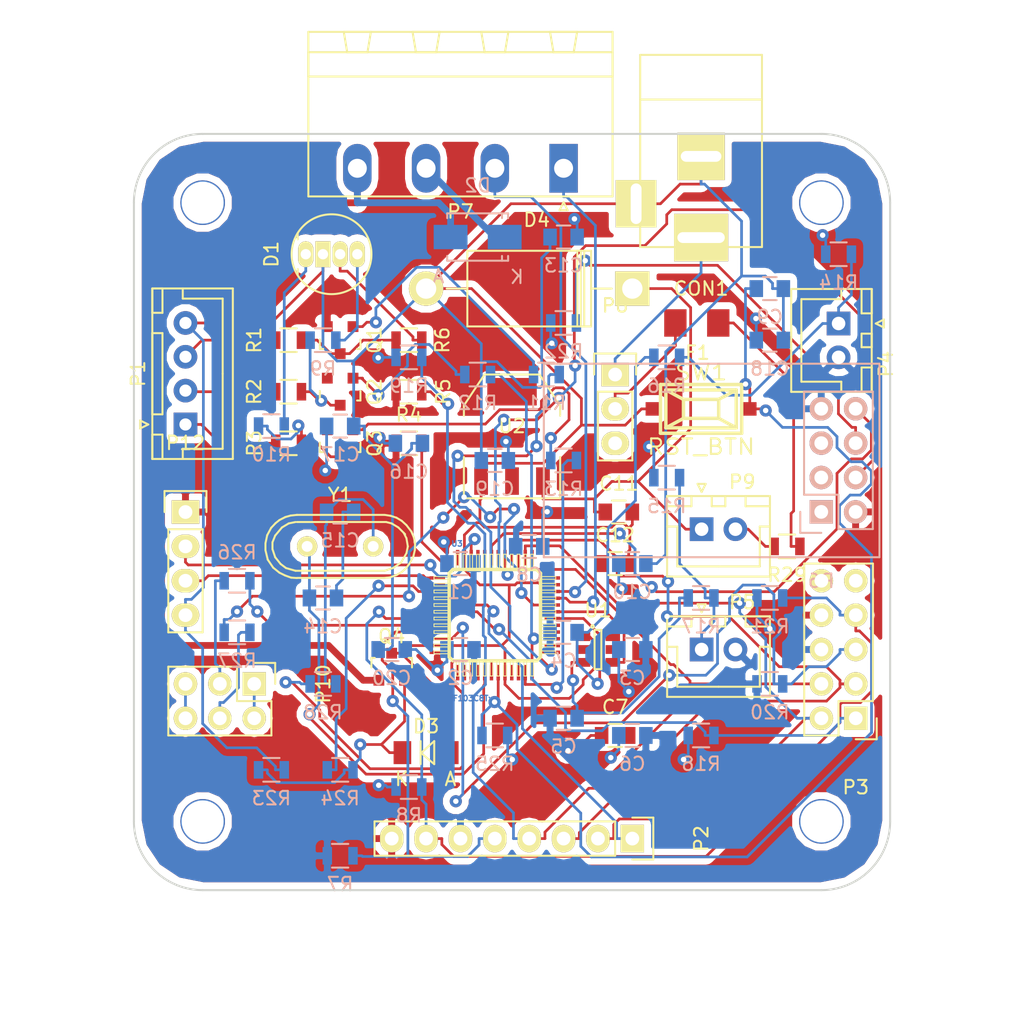
<source format=kicad_pcb>
(kicad_pcb (version 20160815) (host pcbnew "(2016-08-15 BZR 7057)-product")
  (layers (0 F.Cu signal) (31 B.Cu signal) (34 B.Paste user hide) (35 F.Paste user hide) (36 B.SilkS user) (37 F.SilkS user) (38 B.Mask user hide) (39 F.Mask user hide) (44 Edge.Cuts user))
  (net 0 "")
  (net 1 VCC)
  (net 2 EM_LOCK)
  (net 3 "Net-(P1-Pad1)")
  (net 4 "Net-(P9-Pad2)")
  (net 5 "Net-(P10-Pad1)")
  (net 6 "Net-(P10-Pad3)")
  (net 7 "Net-(Q2-Pad1)")
  (net 8 "Net-(Q2-Pad3)")
  (net 9 "Net-(Q3-Pad1)")
  (net 10 "Net-(Q3-Pad3)")
  (net 11 GND)
  (net 12 GNDD)
  (net 13 "Net-(C4-Pad2)")
  (net 14 "Net-(C5-Pad2)")
  (net 15 /stm32f103c8/NRST)
  (net 16 /stm32f103c8/LDO_IN)
  (net 17 /stm32f103c8/PD0/RCC_OSC_IN)
  (net 18 "Net-(C14-Pad2)")
  (net 19 "Net-(C15-Pad1)")
  (net 20 /stm32f103c8/12V_EXT)
  (net 21 "Net-(D1-Pad1)")
  (net 22 "Net-(D1-Pad3)")
  (net 23 "Net-(D1-Pad4)")
  (net 24 LOCK_GND)
  (net 25 "Net-(D3-Pad1)")
  (net 26 "Net-(F1-Pad1)")
  (net 27 "Net-(F1-Pad2)")
  (net 28 "Net-(P1-Pad2)")
  (net 29 "Net-(P1-Pad3)")
  (net 30 "Net-(P4-Pad1)")
  (net 31 "Net-(P5-Pad1)")
  (net 32 "Net-(P6-Pad6)")
  (net 33 "Net-(P10-Pad4)")
  (net 34 "Net-(P10-Pad5)")
  (net 35 /stm32f103c8/SWDIO)
  (net 36 /stm32f103c8/SWCLK)
  (net 37 "Net-(Q1-Pad1)")
  (net 38 "Net-(Q1-Pad3)")
  (net 39 /stm32f103c8/BOOT0)
  (net 40 /stm32f103c8/PB2/BOOT1)
  (net 41 /stm32f103c8/PD1/RCC_OSC_OUT)
  (net 42 "Net-(P3-Pad9)")
  (net 43 "Net-(P3-Pad10)")
  (net 44 "Net-(P6-Pad3)")
  (net 45 "Net-(P6-Pad5)")
  (net 46 "Net-(U3-Pad2)")
  (net 47 "Net-(U3-Pad3)")
  (net 48 "Net-(U3-Pad4)")
  (net 49 "Net-(U3-Pad10)")
  (net 50 "Net-(U3-Pad14)")
  (net 51 "Net-(U3-Pad15)")
  (net 52 "Net-(U3-Pad16)")
  (net 53 "Net-(U3-Pad17)")
  (net 54 "Net-(U3-Pad25)")
  (net 55 "Net-(U3-Pad32)")
  (net 56 "Net-(U3-Pad33)")
  (net 57 "Net-(U3-Pad38)")
  (net 58 "Net-(U3-Pad40)")
  (net 59 PB5_RC522A_CS)
  (net 60 PB13_SPI2_SCK)
  (net 61 PB15_SPI2_MOSI)
  (net 62 PB14_SPI2_MISO)
  (net 63 PB8_RC522A_IRQ)
  (net 64 PB7_RC522_RST)
  (net 65 PB6_RC522B_CS)
  (net 66 PB9_RC522B_IRQ)
  (net 67 UART_INT_TX)
  (net 68 ESP_RESET)
  (net 69 UART_INT_RX)
  (net 70 UART_EXT_TX)
  (net 71 UART_EXT_RX)
  (net 72 PIN_BLUE)
  (net 73 PIN_GREEN)
  (net 74 PIN_RED)
  (net 75 LOCK_OPEN)
  (net 76 BTN_CALL)
  (net 77 BTN_OPEN)
  (net 78 "Net-(P8-Pad3)")
  (module ESP8266_CONN (layer B.Cu) (at 87.63 110.49)
    (fp_text reference P6 (at -1.28 8.9) (layer B.SilkS) (effects (justify mirror)))
    (fp_text value ESP8266_CONN)
    (pad 1 thru_hole rect (at -1.28 3.8) (size 1.7272 1.7272) (drill 1.016) (layers *.Cu *.Mask B.SilkS) (net 67 UART_INT_TX))
    (pad 2 thru_hole oval (at 1.26 3.8) (size 1.7272 1.7272) (drill 1.016) (layers *.Cu *.Mask B.SilkS) (net 1 VCC))
    (pad 3 thru_hole oval (at -1.28 1.26) (size 1.7272 1.7272) (drill 1.016) (layers *.Cu *.Mask B.SilkS) (net 44 "Net-(P6-Pad3)"))
    (pad 4 thru_hole oval (at 1.26 1.26) (size 1.7272 1.7272) (drill 1.016) (layers *.Cu *.Mask B.SilkS) (net 68 ESP_RESET))
    (pad 5 thru_hole oval (at -1.28 -1.28) (size 1.7272 1.7272) (drill 1.016) (layers *.Cu *.Mask B.SilkS) (net 45 "Net-(P6-Pad5)"))
    (pad 6 thru_hole oval (at 1.26 -1.28) (size 1.7272 1.7272) (drill 1.016) (layers *.Cu *.Mask B.SilkS) (net 32 "Net-(P6-Pad6)"))
    (pad 7 thru_hole oval (at -1.28 -3.82) (size 1.7272 1.7272) (drill 1.016) (layers *.Cu *.Mask B.SilkS) (net 12 GNDD))
    (pad 8 thru_hole oval (at 1.26 -3.82) (size 1.7272 1.7272) (drill 1.016) (layers *.Cu *.Mask B.SilkS) (net 69 UART_INT_RX))
  )
  (module I20:MountingHole_1.9mm (layer F.Cu) (at 27.94 78.74)
    (fp_text reference H6 hide)
    (fp_text value MountingHole_1.9mm)
    (pad "" np_thru_hole circle (at 0 0) (size 1.9 1.9) (drill 1.9) (layers *.Cu *.Mask))
  )
  (module I20:MountingHole_3.1mm (layer F.Cu) (at 40.64 91.44)
    (fp_text reference H1 hide)
    (fp_text value MountingHole_3.1mm)
    (pad 1 thru_hole circle (at 0 0) (size 3.3 3.3) (drill 3.1) (layers *.Cu *.Mask))
  )
  (module I20:MountingHole_3.1mm (layer F.Cu) (at 40.64 137.16)
    (fp_text reference H4 hide)
    (fp_text value MountingHole_3.1mm)
    (pad 1 thru_hole circle (at 0 0) (size 3.3 3.3) (drill 3.1) (layers *.Cu *.Mask))
  )
  (module I20:MountingHole_3.1mm (layer F.Cu) (at 86.36 137.16)
    (fp_text reference H3 hide)
    (fp_text value MountingHole_3.1mm)
    (pad 1 thru_hole circle (at 0 0) (size 3.3 3.3) (drill 3.1) (layers *.Cu *.Mask))
  )
  (module I20:C_0805 (layer B.Cu) (at 59.69 118.11)
    (fp_text reference C1 (at 0 2.1) (layer B.SilkS) (effects (justify mirror)))
    (fp_text value 100nF)
    (pad 1 smd rect (at -1 0) (size 1 1.25) (layers B.Cu B.Paste B.Mask) (net 1 VCC))
    (pad 2 smd rect (at 1 0) (size 1 1.25) (layers B.Cu B.Paste B.Mask) (net 12 GNDD))
  )
  (module I20:C_0805 (layer B.Cu) (at 59.69 124.46)
    (fp_text reference C2 (at 0 2.1) (layer B.SilkS) (effects (justify mirror)))
    (fp_text value 10uF)
    (pad 1 smd rect (at -1 0) (size 1 1.25) (layers B.Cu B.Paste B.Mask) (net 1 VCC))
    (pad 2 smd rect (at 1 0) (size 1 1.25) (layers B.Cu B.Paste B.Mask) (net 12 GNDD))
  )
  (module I20:C_0805 (layer B.Cu) (at 72.39 124.46)
    (fp_text reference C3 (at 0 2.1) (layer B.SilkS) (effects (justify mirror)))
    (fp_text value 100nF)
    (pad 1 smd rect (at -1 0) (size 1 1.25) (layers B.Cu B.Paste B.Mask) (net 1 VCC))
    (pad 2 smd rect (at 1 0) (size 1 1.25) (layers B.Cu B.Paste B.Mask) (net 12 GNDD))
  )
  (module I20:C_0805 (layer B.Cu) (at 67.31 123.19)
    (fp_text reference C4 (at 0 2.1) (layer B.SilkS) (effects (justify mirror)))
    (fp_text value 0)
    (pad 1 smd rect (at -1 0) (size 1 1.25) (layers B.Cu B.Paste B.Mask) (net 12 GNDD))
    (pad 2 smd rect (at 1 0) (size 1 1.25) (layers B.Cu B.Paste B.Mask) (net 13 "Net-(C4-Pad2)"))
  )
  (module I20:C_0805 (layer B.Cu) (at 67.31 129.54)
    (fp_text reference C5 (at 0 2.1) (layer B.SilkS) (effects (justify mirror)))
    (fp_text value 0)
    (pad 1 smd rect (at -1 0) (size 1 1.25) (layers B.Cu B.Paste B.Mask) (net 12 GNDD))
    (pad 2 smd rect (at 1 0) (size 1 1.25) (layers B.Cu B.Paste B.Mask) (net 14 "Net-(C5-Pad2)"))
  )
  (module I20:C_0805 (layer B.Cu) (at 72.39 130.81)
    (fp_text reference C6 (at 0 2.1) (layer B.SilkS) (effects (justify mirror)))
    (fp_text value 10uF)
    (pad 1 smd rect (at -1 0) (size 1 1.25) (layers B.Cu B.Paste B.Mask) (net 1 VCC))
    (pad 2 smd rect (at 1 0) (size 1 1.25) (layers B.Cu B.Paste B.Mask) (net 12 GNDD))
  )
  (module I20:C_0805 (layer F.Cu) (at 71.12 130.81)
    (fp_text reference C7 (at 0 -2.1) (layer F.SilkS))
    (fp_text value 100nF)
    (pad 1 smd rect (at -1 0) (size 1 1.25) (layers F.Cu F.Paste F.Mask) (net 12 GNDD))
    (pad 2 smd rect (at 1 0) (size 1 1.25) (layers F.Cu F.Paste F.Mask) (net 1 VCC))
  )
  (module I20:C_0805 (layer B.Cu) (at 64.77 116.84)
    (fp_text reference C8 (at 0 2.1) (layer B.SilkS) (effects (justify mirror)))
    (fp_text value 10uF)
    (pad 1 smd rect (at -1 0) (size 1 1.25) (layers B.Cu B.Paste B.Mask) (net 12 GNDD))
    (pad 2 smd rect (at 1 0) (size 1 1.25) (layers B.Cu B.Paste B.Mask) (net 1 VCC))
  )
  (module I20:C_0805 (layer B.Cu) (at 82.55 97.79)
    (fp_text reference C9 (at 0 2.1) (layer B.SilkS) (effects (justify mirror)))
    (fp_text value 100nF)
    (pad 1 smd rect (at -1 0) (size 1 1.25) (layers B.Cu B.Paste B.Mask) (net 15 /stm32f103c8/NRST))
    (pad 2 smd rect (at 1 0) (size 1 1.25) (layers B.Cu B.Paste B.Mask) (net 11 GND))
  )
  (module I20:C_0805 (layer B.Cu) (at 72.39 118.11)
    (fp_text reference C10 (at 0 2.1) (layer B.SilkS) (effects (justify mirror)))
    (fp_text value 100nF)
    (pad 1 smd rect (at -1 0) (size 1 1.25) (layers B.Cu B.Paste B.Mask) (net 1 VCC))
    (pad 2 smd rect (at 1 0) (size 1 1.25) (layers B.Cu B.Paste B.Mask) (net 11 GND))
  )
  (module I20:C_0805 (layer F.Cu) (at 71.39 114.3)
    (fp_text reference C11 (at 0 -2.1) (layer F.SilkS))
    (fp_text value 10uF)
    (pad 1 smd rect (at -1 0) (size 1 1.25) (layers F.Cu F.Paste F.Mask) (net 16 /stm32f103c8/LDO_IN))
    (pad 2 smd rect (at 1 0) (size 1 1.25) (layers F.Cu F.Paste F.Mask) (net 11 GND))
  )
  (module I20:C_0805 (layer F.Cu) (at 71.12 118.11)
    (fp_text reference C12 (at 0 -2.1) (layer F.SilkS))
    (fp_text value 22uF)
    (pad 1 smd rect (at -1 0) (size 1 1.25) (layers F.Cu F.Paste F.Mask) (net 1 VCC))
    (pad 2 smd rect (at 1 0) (size 1 1.25) (layers F.Cu F.Paste F.Mask) (net 11 GND))
  )
  (module I20:C_0805 (layer B.Cu) (at 67.31 93.98)
    (fp_text reference C13 (at 0 2.1) (layer B.SilkS) (effects (justify mirror)))
    (fp_text value 100nF)
    (pad 1 smd rect (at -1 0) (size 1 1.25) (layers B.Cu B.Paste B.Mask) (net 11 GND))
    (pad 2 smd rect (at 1 0) (size 1 1.25) (layers B.Cu B.Paste B.Mask) (net 1 VCC))
  )
  (module I20:C_0805 (layer B.Cu) (at 49.53 120.65)
    (fp_text reference C14 (at 0 2.1) (layer B.SilkS) (effects (justify mirror)))
    (fp_text value 2pF)
    (pad 1 smd rect (at -1 0) (size 1 1.25) (layers B.Cu B.Paste B.Mask) (net 17 /stm32f103c8/PD0/RCC_OSC_IN))
    (pad 2 smd rect (at 1 0) (size 1 1.25) (layers B.Cu B.Paste B.Mask) (net 18 "Net-(C14-Pad2)"))
  )
  (module I20:C_0805 (layer B.Cu) (at 50.8 114.3)
    (fp_text reference C15 (at 0 2.1) (layer B.SilkS) (effects (justify mirror)))
    (fp_text value 2pF)
    (pad 1 smd rect (at -1 0) (size 1 1.25) (layers B.Cu B.Paste B.Mask) (net 19 "Net-(C15-Pad1)"))
    (pad 2 smd rect (at 1 0) (size 1 1.25) (layers B.Cu B.Paste B.Mask) (net 18 "Net-(C14-Pad2)"))
  )
  (module I20:C_0805 (layer B.Cu) (at 55.88 109.22)
    (fp_text reference C16 (at 0 2.1) (layer B.SilkS) (effects (justify mirror)))
    (fp_text value 100nF)
    (pad 1 smd rect (at -1 0) (size 1 1.25) (layers B.Cu B.Paste B.Mask) (net 1 VCC))
    (pad 2 smd rect (at 1 0) (size 1 1.25) (layers B.Cu B.Paste B.Mask) (net 11 GND))
  )
  (module I20:C_0805 (layer B.Cu) (at 50.8 107.95)
    (fp_text reference C17 (at 0 2.1) (layer B.SilkS) (effects (justify mirror)))
    (fp_text value 100nF)
    (pad 1 smd rect (at -1 0) (size 1 1.25) (layers B.Cu B.Paste B.Mask) (net 1 VCC))
    (pad 2 smd rect (at 1 0) (size 1 1.25) (layers B.Cu B.Paste B.Mask) (net 11 GND))
  )
  (module I20:C_0805 (layer B.Cu) (at 82.55 101.6)
    (fp_text reference C18 (at 0 2.1) (layer B.SilkS) (effects (justify mirror)))
    (fp_text value 100nF)
    (pad 1 smd rect (at -1 0) (size 1 1.25) (layers B.Cu B.Paste B.Mask) (net 1 VCC))
    (pad 2 smd rect (at 1 0) (size 1 1.25) (layers B.Cu B.Paste B.Mask) (net 11 GND))
  )
  (module I20:C_0805 (layer B.Cu) (at 62.23 110.49)
    (fp_text reference C19 (at 0 2.1) (layer B.SilkS) (effects (justify mirror)))
    (fp_text value 10uF)
    (pad 1 smd rect (at -1 0) (size 1 1.25) (layers B.Cu B.Paste B.Mask) (net 11 GND))
    (pad 2 smd rect (at 1 0) (size 1 1.25) (layers B.Cu B.Paste B.Mask) (net 1 VCC))
  )
  (module I20:C_0805 (layer B.Cu) (at 54.61 124.46)
    (fp_text reference C20 (at 0 2.1) (layer B.SilkS) (effects (justify mirror)))
    (fp_text value 1uF)
    (pad 1 smd rect (at -1 0) (size 1 1.25) (layers B.Cu B.Paste B.Mask) (net 11 GND))
    (pad 2 smd rect (at 1 0) (size 1 1.25) (layers B.Cu B.Paste B.Mask) (net 1 VCC))
  )
  (module I20:DC-005 (layer F.Cu) (at 77.47 83.82 270)
    (fp_text reference CON1 (at 13.97 0) (layer F.SilkS))
    (fp_text value BARREL_JACK)
    (pad 1 thru_hole rect (at 10.2 0 270) (size 3.5 4) (drill oval 0.8 3.5) (layers *.Cu *.Mask F.SilkS) (net 20 /stm32f103c8/12V_EXT))
    (pad 2 thru_hole rect (at 4.2 0 270) (size 3.5 3.5) (drill oval 0.8 3) (layers *.Cu *.Mask F.SilkS) (net 11 GND))
    (pad 3 thru_hole rect (at 7.7 4.8 270) (size 3.5 3) (drill oval 3 0.8) (layers *.Cu *.Mask F.SilkS) (net 11 GND))
  )
  (module I20:LED-RGB-5MM_Common_Cathode (layer F.Cu) (at 48.26 95.25 90)
    (fp_text reference D1 (at 0 -2.54 270) (layer F.SilkS))
    (fp_text value LED_RCBG)
    (pad 1 thru_hole oval (at 0 0 90) (size 1.905 1.1176) (drill 0.762) (layers *.Cu *.Mask F.SilkS) (net 21 "Net-(D1-Pad1)"))
    (pad 2 thru_hole rect (at 0 1.27 90) (size 1.905 1.1176) (drill 0.762) (layers *.Cu *.Mask F.SilkS) (net 11 GND))
    (pad 3 thru_hole oval (at 0 2.54 90) (size 1.905 1.1176) (drill 0.762) (layers *.Cu *.Mask F.SilkS) (net 22 "Net-(D1-Pad3)"))
    (pad 4 thru_hole oval (at 0 3.81 90) (size 1.905 1.1176) (drill 0.762) (layers *.Cu *.Mask F.SilkS) (net 23 "Net-(D1-Pad4)"))
  )
  (module I20:SMA_Standard (layer B.Cu) (at 60.96 93.98 180)
    (fp_text reference D2 (at 0 3.81 180) (layer B.SilkS) (effects (justify mirror)))
    (fp_text value M7)
    (fp_text user K (at -2.9 -2.95 180) (layer B.SilkS) (effects (justify mirror)))
    (fp_text user A (at 2.9 -2.9 180) (layer B.SilkS) (effects (justify mirror)))
    (pad 1 smd rect (at -1.99898 0 180) (size 2.49936 1.80086) (layers B.Cu B.Paste B.Mask) (net 2 EM_LOCK))
    (pad 2 smd rect (at 1.99898 0 180) (size 2.49936 1.80086) (layers B.Cu B.Paste B.Mask) (net 24 LOCK_GND))
  )
  (module I20:MiniMELF_Standard (layer F.Cu) (at 57.15 132.08)
    (fp_text reference D3 (at 0 -1.95) (layer F.SilkS))
    (fp_text value ZENER-MOSFET-GATE)
    (fp_text user K (at -1.8 1.95) (layer F.SilkS))
    (fp_text user A (at 1.8 1.95) (layer F.SilkS))
    (pad 1 smd rect (at -1.75006 0) (size 1.30048 1.69926) (layers F.Cu F.Paste F.Mask) (net 25 "Net-(D3-Pad1)"))
    (pad 2 smd rect (at 1.75006 0) (size 1.30048 1.69926) (layers F.Cu F.Paste F.Mask) (net 11 GND))
  )
  (module I20:Fuse_SMD1206_Wave (layer F.Cu) (at 77.155 100.33 180)
    (fp_text reference F1 (at -0.0508 -2.19964 180) (layer F.SilkS))
    (fp_text value 3A)
    (pad 1 smd rect (at -1.58496 0 270) (size 2.02946 1.651) (layers F.Cu F.Paste F.Mask) (net 26 "Net-(F1-Pad1)"))
    (pad 2 smd rect (at 1.58496 0 270) (size 2.02946 1.651) (layers F.Cu F.Paste F.Mask) (net 27 "Net-(F1-Pad2)"))
  )
  (module I20:JST_XH_B04B-XH-A_04x2.50mm_Straight (layer F.Cu) (at 39.37 107.83 90)
    (fp_text reference P1 (at 3.75 -3.5 90) (layer F.SilkS))
    (fp_text value EXT_LED_CONN)
    (pad 1 thru_hole rect (at 0 0 90) (size 1.75 1.75) (drill 0.9) (layers *.Cu *.Mask) (net 3 "Net-(P1-Pad1)"))
    (pad 2 thru_hole circle (at 2.5 0 90) (size 1.75 1.75) (drill 0.9) (layers *.Cu *.Mask) (net 28 "Net-(P1-Pad2)"))
    (pad 3 thru_hole circle (at 5 0 90) (size 1.75 1.75) (drill 0.9) (layers *.Cu *.Mask) (net 29 "Net-(P1-Pad3)"))
    (pad 4 thru_hole circle (at 7.5 0 90) (size 1.75 1.75) (drill 0.9) (layers *.Cu *.Mask) (net 11 GND))
  )
  (module Pin_Headers:Pin_Header_Straight_1x08 (layer F.Cu) (at 72.39 138.43 270)
    (fp_text reference P2 (at 0 -5.1 270) (layer F.SilkS))
    (fp_text value RC522A)
    (pad 1 thru_hole rect (at 0 0 270) (size 2.032 1.7272) (drill 1.016) (layers *.Cu *.Mask F.SilkS) (net 59 PB5_RC522A_CS))
    (pad 2 thru_hole oval (at 0 2.54 270) (size 2.032 1.7272) (drill 1.016) (layers *.Cu *.Mask F.SilkS) (net 60 PB13_SPI2_SCK))
    (pad 3 thru_hole oval (at 0 5.08 270) (size 2.032 1.7272) (drill 1.016) (layers *.Cu *.Mask F.SilkS) (net 61 PB15_SPI2_MOSI))
    (pad 4 thru_hole oval (at 0 7.62 270) (size 2.032 1.7272) (drill 1.016) (layers *.Cu *.Mask F.SilkS) (net 62 PB14_SPI2_MISO))
    (pad 5 thru_hole oval (at 0 10.16 270) (size 2.032 1.7272) (drill 1.016) (layers *.Cu *.Mask F.SilkS) (net 63 PB8_RC522A_IRQ))
    (pad 6 thru_hole oval (at 0 12.7 270) (size 2.032 1.7272) (drill 1.016) (layers *.Cu *.Mask F.SilkS) (net 12 GNDD))
    (pad 7 thru_hole oval (at 0 15.24 270) (size 2.032 1.7272) (drill 1.016) (layers *.Cu *.Mask F.SilkS) (net 64 PB7_RC522_RST))
    (pad 8 thru_hole oval (at 0 17.78 270) (size 2.032 1.7272) (drill 1.016) (layers *.Cu *.Mask F.SilkS) (net 1 VCC))
  )
  (module Pin_Headers:Pin_Header_Straight_2x05 (layer F.Cu) (at 88.9 129.54 180)
    (fp_text reference P3 (at 0 -5.1 180) (layer F.SilkS))
    (fp_text value RC522B)
    (pad 1 thru_hole rect (at 0 0 180) (size 1.7272 1.7272) (drill 1.016) (layers *.Cu *.Mask F.SilkS) (net 65 PB6_RC522B_CS))
    (pad 2 thru_hole oval (at 2.54 0 180) (size 1.7272 1.7272) (drill 1.016) (layers *.Cu *.Mask F.SilkS) (net 60 PB13_SPI2_SCK))
    (pad 3 thru_hole oval (at 0 2.54 180) (size 1.7272 1.7272) (drill 1.016) (layers *.Cu *.Mask F.SilkS) (net 61 PB15_SPI2_MOSI))
    (pad 4 thru_hole oval (at 2.54 2.54 180) (size 1.7272 1.7272) (drill 1.016) (layers *.Cu *.Mask F.SilkS) (net 62 PB14_SPI2_MISO))
    (pad 5 thru_hole oval (at 0 5.08 180) (size 1.7272 1.7272) (drill 1.016) (layers *.Cu *.Mask F.SilkS) (net 66 PB9_RC522B_IRQ))
    (pad 6 thru_hole oval (at 2.54 5.08 180) (size 1.7272 1.7272) (drill 1.016) (layers *.Cu *.Mask F.SilkS) (net 12 GNDD))
    (pad 7 thru_hole oval (at 0 7.62 180) (size 1.7272 1.7272) (drill 1.016) (layers *.Cu *.Mask F.SilkS) (net 64 PB7_RC522_RST))
    (pad 8 thru_hole oval (at 2.54 7.62 180) (size 1.7272 1.7272) (drill 1.016) (layers *.Cu *.Mask F.SilkS) (net 1 VCC))
    (pad 9 thru_hole oval (at 0 10.16 180) (size 1.7272 1.7272) (drill 1.016) (layers *.Cu *.Mask F.SilkS) (net 42 "Net-(P3-Pad9)"))
    (pad 10 thru_hole oval (at 2.54 10.16 180) (size 1.7272 1.7272) (drill 1.016) (layers *.Cu *.Mask F.SilkS) (net 43 "Net-(P3-Pad10)"))
  )
  (module I20:JST_XH_B02B-XH-A_02x2.50mm_Straight (layer F.Cu) (at 87.63 100.37 270)
    (fp_text reference P4 (at 3 -3.5 270) (layer F.SilkS))
    (fp_text value BTN_OPEN)
    (pad 1 thru_hole rect (at 0 0 270) (size 1.75 1.75) (drill 1) (layers *.Cu *.Mask) (net 30 "Net-(P4-Pad1)"))
    (pad 2 thru_hole circle (at 2.5 0 270) (size 1.75 1.75) (drill 1) (layers *.Cu *.Mask) (net 12 GNDD))
  )
  (module I20:JST_XH_B02B-XH-A_02x2.50mm_Straight (layer F.Cu) (at 77.51 124.46)
    (fp_text reference P5 (at 3 -3.5) (layer F.SilkS))
    (fp_text value BTN_CALL)
    (pad 1 thru_hole rect (at 0 0) (size 1.75 1.75) (drill 1) (layers *.Cu *.Mask) (net 31 "Net-(P5-Pad1)"))
    (pad 2 thru_hole circle (at 2.5 0) (size 1.75 1.75) (drill 1) (layers *.Cu *.Mask) (net 12 GNDD))
  )
  (module I20:Pin_Header_Straight_1x03 (layer F.Cu) (at 71.12 104.14)
    (fp_text reference P8 (at 0 -5.1) (layer F.SilkS))
    (fp_text value PWR_SELECT)
    (pad 1 thru_hole rect (at 0 0) (size 2.032 1.7272) (drill 1.016) (layers *.Cu *.Mask F.SilkS) (net 20 /stm32f103c8/12V_EXT))
    (pad 2 thru_hole oval (at 0 2.54) (size 2.032 1.7272) (drill 1.016) (layers *.Cu *.Mask F.SilkS) (net 27 "Net-(F1-Pad2)"))
    (pad 3 thru_hole oval (at 0 5.08) (size 2.032 1.7272) (drill 1.016) (layers *.Cu *.Mask F.SilkS) (net 78 "Net-(P8-Pad3)"))
  )
  (module I20:JST_XH_B02B-XH-A_02x2.50mm_Straight (layer F.Cu) (at 77.51 115.57)
    (fp_text reference P9 (at 3 -3.5) (layer F.SilkS))
    (fp_text value PWR_SW_CONN)
    (pad 1 thru_hole rect (at 0 0) (size 1.75 1.75) (drill 1) (layers *.Cu *.Mask) (net 16 /stm32f103c8/LDO_IN))
    (pad 2 thru_hole circle (at 2.5 0) (size 1.75 1.75) (drill 1) (layers *.Cu *.Mask) (net 4 "Net-(P9-Pad2)"))
  )
  (module I20:Pin_Header_Straight_2x03 (layer F.Cu) (at 44.45 127 270)
    (fp_text reference P10 (at 0 -5.1 270) (layer F.SilkS))
    (fp_text value BOOT_SEL_CONN)
    (pad 1 thru_hole rect (at 0 0 270) (size 1.7272 1.7272) (drill 1.016) (layers *.Cu *.Mask F.SilkS) (net 5 "Net-(P10-Pad1)"))
    (pad 2 thru_hole oval (at 2.54 0 270) (size 1.7272 1.7272) (drill 1.016) (layers *.Cu *.Mask F.SilkS) (net 5 "Net-(P10-Pad1)"))
    (pad 3 thru_hole oval (at 0 2.54 270) (size 1.7272 1.7272) (drill 1.016) (layers *.Cu *.Mask F.SilkS) (net 6 "Net-(P10-Pad3)"))
    (pad 4 thru_hole oval (at 2.54 2.54 270) (size 1.7272 1.7272) (drill 1.016) (layers *.Cu *.Mask F.SilkS) (net 33 "Net-(P10-Pad4)"))
    (pad 5 thru_hole oval (at 0 5.08 270) (size 1.7272 1.7272) (drill 1.016) (layers *.Cu *.Mask F.SilkS) (net 34 "Net-(P10-Pad5)"))
    (pad 6 thru_hole oval (at 2.54 5.08 270) (size 1.7272 1.7272) (drill 1.016) (layers *.Cu *.Mask F.SilkS) (net 34 "Net-(P10-Pad5)"))
  )
  (module I20:Pin_Header_Straight_1x04 (layer F.Cu) (at 39.37 114.3)
    (fp_text reference P12 (at 0 -5.1) (layer F.SilkS))
    (fp_text value SWD_CONN)
    (pad 1 thru_hole rect (at 0 0) (size 2.032 1.7272) (drill 1.016) (layers *.Cu *.Mask F.SilkS) (net 1 VCC))
    (pad 2 thru_hole oval (at 0 2.54) (size 2.032 1.7272) (drill 1.016) (layers *.Cu *.Mask F.SilkS) (net 35 /stm32f103c8/SWDIO))
    (pad 3 thru_hole oval (at 0 5.08) (size 2.032 1.7272) (drill 1.016) (layers *.Cu *.Mask F.SilkS) (net 36 /stm32f103c8/SWCLK))
    (pad 4 thru_hole oval (at 0 7.62) (size 2.032 1.7272) (drill 1.016) (layers *.Cu *.Mask F.SilkS) (net 11 GND))
  )
  (module I20:SOT-23 (layer F.Cu) (at 50.8 101.6 180)
    (fp_text reference Q1 (at -2.54 0 270) (layer F.SilkS))
    (fp_text value MMBT3906)
    (pad 1 smd rect (at -0.95 1.00076 180) (size 0.8001 0.8001) (layers F.Cu F.Paste F.Mask) (net 37 "Net-(Q1-Pad1)"))
    (pad 2 smd rect (at 0.95 1.00076 180) (size 0.8001 0.8001) (layers F.Cu F.Paste F.Mask) (net 1 VCC))
    (pad 3 smd rect (at 0 -0.99822 180) (size 0.8001 0.8001) (layers F.Cu F.Paste F.Mask) (net 38 "Net-(Q1-Pad3)"))
  )
  (module I20:SOT-23 (layer F.Cu) (at 50.8 105.41 180)
    (fp_text reference Q2 (at -2.54 0 270) (layer F.SilkS))
    (fp_text value MMBT3906)
    (pad 1 smd rect (at -0.95 1.00076 180) (size 0.8001 0.8001) (layers F.Cu F.Paste F.Mask) (net 7 "Net-(Q2-Pad1)"))
    (pad 2 smd rect (at 0.95 1.00076 180) (size 0.8001 0.8001) (layers F.Cu F.Paste F.Mask) (net 1 VCC))
    (pad 3 smd rect (at 0 -0.99822 180) (size 0.8001 0.8001) (layers F.Cu F.Paste F.Mask) (net 8 "Net-(Q2-Pad3)"))
  )
  (module I20:SOT-23 (layer F.Cu) (at 50.8 109.22 180)
    (fp_text reference Q3 (at -2.54 0 270) (layer F.SilkS))
    (fp_text value MMBT3906)
    (pad 1 smd rect (at -0.95 1.00076 180) (size 0.8001 0.8001) (layers F.Cu F.Paste F.Mask) (net 9 "Net-(Q3-Pad1)"))
    (pad 2 smd rect (at 0.95 1.00076 180) (size 0.8001 0.8001) (layers F.Cu F.Paste F.Mask) (net 1 VCC))
    (pad 3 smd rect (at 0 -0.99822 180) (size 0.8001 0.8001) (layers F.Cu F.Paste F.Mask) (net 10 "Net-(Q3-Pad3)"))
  )
  (module I20:SOT-23 (layer F.Cu) (at 54.61 125.73)
    (fp_text reference Q4 (at 0 -2.25) (layer F.SilkS))
    (fp_text value Q_NMOS_DGS)
    (pad 1 smd rect (at -0.95 1.00076) (size 0.8001 0.8001) (layers F.Cu F.Paste F.Mask) (net 24 LOCK_GND))
    (pad 2 smd rect (at 0.95 1.00076) (size 0.8001 0.8001) (layers F.Cu F.Paste F.Mask) (net 25 "Net-(D3-Pad1)"))
    (pad 3 smd rect (at 0 -0.99822) (size 0.8001 0.8001) (layers F.Cu F.Paste F.Mask) (net 11 GND))
  )
  (module I20:R_0805 (layer F.Cu) (at 46.99 101.6 180)
    (fp_text reference R1 (at 2.54 0 270) (layer F.SilkS))
    (fp_text value 10R)
    (pad 1 smd rect (at -0.95 0 180) (size 0.7 1.3) (layers F.Cu F.Paste F.Mask) (net 38 "Net-(Q1-Pad3)"))
    (pad 2 smd rect (at 0.95 0 180) (size 0.7 1.3) (layers F.Cu F.Paste F.Mask) (net 29 "Net-(P1-Pad3)"))
  )
  (module I20:R_0805 (layer F.Cu) (at 46.99 105.41 180)
    (fp_text reference R2 (at 2.54 0 270) (layer F.SilkS))
    (fp_text value 15R)
    (pad 1 smd rect (at -0.95 0 180) (size 0.7 1.3) (layers F.Cu F.Paste F.Mask) (net 8 "Net-(Q2-Pad3)"))
    (pad 2 smd rect (at 0.95 0 180) (size 0.7 1.3) (layers F.Cu F.Paste F.Mask) (net 28 "Net-(P1-Pad2)"))
  )
  (module I20:R_0805 (layer F.Cu) (at 46.99 109.22 180)
    (fp_text reference R3 (at 2.54 0 270) (layer F.SilkS))
    (fp_text value 82R)
    (pad 1 smd rect (at -0.95 0 180) (size 0.7 1.3) (layers F.Cu F.Paste F.Mask) (net 10 "Net-(Q3-Pad3)"))
    (pad 2 smd rect (at 0.95 0 180) (size 0.7 1.3) (layers F.Cu F.Paste F.Mask) (net 3 "Net-(P1-Pad1)"))
  )
  (module I20:R_0805 (layer F.Cu) (at 55.88 109.22)
    (fp_text reference R4 (at 0 -2.1) (layer F.SilkS))
    (fp_text value 4.7k)
    (pad 1 smd rect (at -0.95 0) (size 0.7 1.3) (layers F.Cu F.Paste F.Mask) (net 1 VCC))
    (pad 2 smd rect (at 0.95 0) (size 0.7 1.3) (layers F.Cu F.Paste F.Mask) (net 59 PB5_RC522A_CS))
  )
  (module I20:R_0805 (layer F.Cu) (at 55.88 105.41)
    (fp_text reference R5 (at 2.54 0 90) (layer F.SilkS))
    (fp_text value 4.7k)
    (pad 1 smd rect (at -0.95 0) (size 0.7 1.3) (layers F.Cu F.Paste F.Mask) (net 1 VCC))
    (pad 2 smd rect (at 0.95 0) (size 0.7 1.3) (layers F.Cu F.Paste F.Mask) (net 62 PB14_SPI2_MISO))
  )
  (module I20:R_0805 (layer F.Cu) (at 55.88 101.6)
    (fp_text reference R6 (at 2.474 0 90) (layer F.SilkS))
    (fp_text value 10R)
    (pad 1 smd rect (at -0.95 0) (size 0.7 1.3) (layers F.Cu F.Paste F.Mask) (net 38 "Net-(Q1-Pad3)"))
    (pad 2 smd rect (at 0.95 0) (size 0.7 1.3) (layers F.Cu F.Paste F.Mask) (net 22 "Net-(D1-Pad3)"))
  )
  (module I20:R_0805 (layer B.Cu) (at 50.8 139.7)
    (fp_text reference R7 (at 0 2.1) (layer B.SilkS) (effects (justify mirror)))
    (fp_text value 4.7k)
    (pad 1 smd rect (at -0.95 0) (size 0.7 1.3) (layers B.Cu B.Paste B.Mask) (net 12 GNDD))
    (pad 2 smd rect (at 0.95 0) (size 0.7 1.3) (layers B.Cu B.Paste B.Mask) (net 63 PB8_RC522A_IRQ))
  )
  (module I20:R_0805 (layer B.Cu) (at 55.88 134.62)
    (fp_text reference R8 (at 0 2.1) (layer B.SilkS) (effects (justify mirror)))
    (fp_text value 4.7k)
    (pad 1 smd rect (at -0.95 0) (size 0.7 1.3) (layers B.Cu B.Paste B.Mask) (net 1 VCC))
    (pad 2 smd rect (at 0.95 0) (size 0.7 1.3) (layers B.Cu B.Paste B.Mask) (net 64 PB7_RC522_RST))
  )
  (module I20:R_0805 (layer B.Cu) (at 49.53 101.6)
    (fp_text reference R9 (at 0 2.1) (layer B.SilkS) (effects (justify mirror)))
    (fp_text value 15R)
    (pad 1 smd rect (at -0.95 0) (size 0.7 1.3) (layers B.Cu B.Paste B.Mask) (net 8 "Net-(Q2-Pad3)"))
    (pad 2 smd rect (at 0.95 0) (size 0.7 1.3) (layers B.Cu B.Paste B.Mask) (net 23 "Net-(D1-Pad4)"))
  )
  (module I20:R_0805 (layer B.Cu) (at 45.72 107.95)
    (fp_text reference R10 (at 0 2.1) (layer B.SilkS) (effects (justify mirror)))
    (fp_text value 82R)
    (pad 1 smd rect (at -0.95 0) (size 0.7 1.3) (layers B.Cu B.Paste B.Mask) (net 10 "Net-(Q3-Pad3)"))
    (pad 2 smd rect (at 0.95 0) (size 0.7 1.3) (layers B.Cu B.Paste B.Mask) (net 21 "Net-(D1-Pad1)"))
  )
  (module I20:R_0805 (layer B.Cu) (at 66.04 104.14)
    (fp_text reference R11 (at 0 2.1) (layer B.SilkS) (effects (justify mirror)))
    (fp_text value 2k)
    (pad 1 smd rect (at -0.95 0) (size 0.7 1.3) (layers B.Cu B.Paste B.Mask) (net 37 "Net-(Q1-Pad1)"))
    (pad 2 smd rect (at 0.95 0) (size 0.7 1.3) (layers B.Cu B.Paste B.Mask) (net 72 PIN_BLUE))
  )
  (module I20:R_0805 (layer B.Cu) (at 60.96 104.14)
    (fp_text reference R12 (at 0 2.1) (layer B.SilkS) (effects (justify mirror)))
    (fp_text value 2k)
    (pad 1 smd rect (at -0.95 0) (size 0.7 1.3) (layers B.Cu B.Paste B.Mask) (net 7 "Net-(Q2-Pad1)"))
    (pad 2 smd rect (at 0.95 0) (size 0.7 1.3) (layers B.Cu B.Paste B.Mask) (net 73 PIN_GREEN))
  )
  (module I20:R_0805 (layer B.Cu) (at 67.31 110.49)
    (fp_text reference R13 (at 0 2.1) (layer B.SilkS) (effects (justify mirror)))
    (fp_text value 2k)
    (pad 1 smd rect (at -0.95 0) (size 0.7 1.3) (layers B.Cu B.Paste B.Mask) (net 9 "Net-(Q3-Pad1)"))
    (pad 2 smd rect (at 0.95 0) (size 0.7 1.3) (layers B.Cu B.Paste B.Mask) (net 74 PIN_RED))
  )
  (module I20:R_0805 (layer B.Cu) (at 87.63 95.25)
    (fp_text reference R14 (at 0 2.1) (layer B.SilkS) (effects (justify mirror)))
    (fp_text value 10k)
    (pad 1 smd rect (at -0.95 0) (size 0.7 1.3) (layers B.Cu B.Paste B.Mask) (net 1 VCC))
    (pad 2 smd rect (at 0.95 0) (size 0.7 1.3) (layers B.Cu B.Paste B.Mask) (net 30 "Net-(P4-Pad1)"))
  )
  (module I20:R_0805 (layer B.Cu) (at 74.93 111.76)
    (fp_text reference R15 (at 0 2.1) (layer B.SilkS) (effects (justify mirror)))
    (fp_text value 10k)
    (pad 1 smd rect (at -0.95 0) (size 0.7 1.3) (layers B.Cu B.Paste B.Mask) (net 1 VCC))
    (pad 2 smd rect (at 0.95 0) (size 0.7 1.3) (layers B.Cu B.Paste B.Mask) (net 31 "Net-(P5-Pad1)"))
  )
  (module I20:R_0805 (layer B.Cu) (at 74.93 102.87)
    (fp_text reference R16 (at 0 2.1) (layer B.SilkS) (effects (justify mirror)))
    (fp_text value 0)
    (pad 1 smd rect (at -0.95 0) (size 0.7 1.3) (layers B.Cu B.Paste B.Mask) (net 13 "Net-(C4-Pad2)"))
    (pad 2 smd rect (at 0.95 0) (size 0.7 1.3) (layers B.Cu B.Paste B.Mask) (net 30 "Net-(P4-Pad1)"))
  )
  (module I20:R_0805 (layer B.Cu) (at 77.47 120.65)
    (fp_text reference R17 (at 0 2.1) (layer B.SilkS) (effects (justify mirror)))
    (fp_text value 0)
    (pad 1 smd rect (at -0.95 0) (size 0.7 1.3) (layers B.Cu B.Paste B.Mask) (net 14 "Net-(C5-Pad2)"))
    (pad 2 smd rect (at 0.95 0) (size 0.7 1.3) (layers B.Cu B.Paste B.Mask) (net 31 "Net-(P5-Pad1)"))
  )
  (module I20:R_0805 (layer B.Cu) (at 77.47 130.81)
    (fp_text reference R18 (at 0 2.1) (layer B.SilkS) (effects (justify mirror)))
    (fp_text value 4.7k)
    (pad 1 smd rect (at -0.95 0) (size 0.7 1.3) (layers B.Cu B.Paste B.Mask) (net 1 VCC))
    (pad 2 smd rect (at 0.95 0) (size 0.7 1.3) (layers B.Cu B.Paste B.Mask) (net 65 PB6_RC522B_CS))
  )
  (module I20:R_0805 (layer B.Cu) (at 55.88 102.87)
    (fp_text reference R19 (at 0 2.1) (layer B.SilkS) (effects (justify mirror)))
    (fp_text value 4.7k)
    (pad 1 smd rect (at -0.95 0) (size 0.7 1.3) (layers B.Cu B.Paste B.Mask) (net 1 VCC))
    (pad 2 smd rect (at 0.95 0) (size 0.7 1.3) (layers B.Cu B.Paste B.Mask) (net 62 PB14_SPI2_MISO))
  )
  (module I20:R_0805 (layer B.Cu) (at 82.55 127)
    (fp_text reference R20 (at 0 2.1) (layer B.SilkS) (effects (justify mirror)))
    (fp_text value 4.7k)
    (pad 1 smd rect (at -0.95 0) (size 0.7 1.3) (layers B.Cu B.Paste B.Mask) (net 12 GNDD))
    (pad 2 smd rect (at 0.95 0) (size 0.7 1.3) (layers B.Cu B.Paste B.Mask) (net 66 PB9_RC522B_IRQ))
  )
  (module I20:R_0805 (layer B.Cu) (at 82.55 120.65)
    (fp_text reference R21 (at 0 2.1) (layer B.SilkS) (effects (justify mirror)))
    (fp_text value 4.7k)
    (pad 1 smd rect (at -0.95 0) (size 0.7 1.3) (layers B.Cu B.Paste B.Mask) (net 1 VCC))
    (pad 2 smd rect (at 0.95 0) (size 0.7 1.3) (layers B.Cu B.Paste B.Mask) (net 64 PB7_RC522_RST))
  )
  (module I20:R_0805 (layer B.Cu) (at 67.31 100.33)
    (fp_text reference R22 (at 0 2.1) (layer B.SilkS) (effects (justify mirror)))
    (fp_text value 0)
    (pad 1 smd rect (at -0.95 0) (size 0.7 1.3) (layers B.Cu B.Paste B.Mask) (net 1 VCC))
    (pad 2 smd rect (at 0.95 0) (size 0.7 1.3) (layers B.Cu B.Paste B.Mask) (net 32 "Net-(P6-Pad6)"))
  )
  (module I20:R_0805 (layer B.Cu) (at 45.72 133.35)
    (fp_text reference R23 (at 0 2.1) (layer B.SilkS) (effects (justify mirror)))
    (fp_text value 10k)
    (pad 1 smd rect (at -0.95 0) (size 0.7 1.3) (layers B.Cu B.Paste B.Mask) (net 25 "Net-(D3-Pad1)"))
    (pad 2 smd rect (at 0.95 0) (size 0.7 1.3) (layers B.Cu B.Paste B.Mask) (net 11 GND))
  )
  (module I20:R_0805 (layer B.Cu) (at 50.8 133.35)
    (fp_text reference R24 (at 0 2.1) (layer B.SilkS) (effects (justify mirror)))
    (fp_text value 240)
    (pad 1 smd rect (at -0.95 0) (size 0.7 1.3) (layers B.Cu B.Paste B.Mask) (net 75 LOCK_OPEN))
    (pad 2 smd rect (at 0.95 0) (size 0.7 1.3) (layers B.Cu B.Paste B.Mask) (net 25 "Net-(D3-Pad1)"))
  )
  (module I20:R_0805 (layer B.Cu) (at 62.23 130.81)
    (fp_text reference R25 (at 0 2.1) (layer B.SilkS) (effects (justify mirror)))
    (fp_text value 10k)
    (pad 1 smd rect (at -0.95 0) (size 0.7 1.3) (layers B.Cu B.Paste B.Mask) (net 15 /stm32f103c8/NRST))
    (pad 2 smd rect (at 0.95 0) (size 0.7 1.3) (layers B.Cu B.Paste B.Mask) (net 1 VCC))
  )
  (module I20:R_0805 (layer B.Cu) (at 43.18 119.38 180)
    (fp_text reference R26 (at 0 2.1 180) (layer B.SilkS) (effects (justify mirror)))
    (fp_text value 10k)
    (pad 1 smd rect (at -0.95 0 180) (size 0.7 1.3) (layers B.Cu B.Paste B.Mask) (net 39 /stm32f103c8/BOOT0))
    (pad 2 smd rect (at 0.95 0 180) (size 0.7 1.3) (layers B.Cu B.Paste B.Mask) (net 6 "Net-(P10-Pad3)"))
  )
  (module I20:R_0805 (layer B.Cu) (at 43.18 123.19)
    (fp_text reference R27 (at 0 2.1) (layer B.SilkS) (effects (justify mirror)))
    (fp_text value 10k)
    (pad 1 smd rect (at -0.95 0) (size 0.7 1.3) (layers B.Cu B.Paste B.Mask) (net 40 /stm32f103c8/PB2/BOOT1))
    (pad 2 smd rect (at 0.95 0) (size 0.7 1.3) (layers B.Cu B.Paste B.Mask) (net 33 "Net-(P10-Pad4)"))
  )
  (module I20:R_0805 (layer B.Cu) (at 49.53 127)
    (fp_text reference R28 (at 0 2.1) (layer B.SilkS) (effects (justify mirror)))
    (fp_text value 0R)
    (pad 1 smd rect (at -0.95 0) (size 0.7 1.3) (layers B.Cu B.Paste B.Mask) (net 41 /stm32f103c8/PD1/RCC_OSC_OUT))
    (pad 2 smd rect (at 0.95 0) (size 0.7 1.3) (layers B.Cu B.Paste B.Mask) (net 19 "Net-(C15-Pad1)"))
  )
  (module I20:SOT-23-6 (layer F.Cu) (at 69.85 124.46)
    (fp_text reference U1 (at 0 -2.9) (layer F.SilkS))
    (fp_text value 74LVC2G14)
    (pad 1 smd rect (at -1.1 -0.95) (size 1.06 0.65) (layers F.Cu F.Paste F.Mask) (net 13 "Net-(C4-Pad2)"))
    (pad 2 smd rect (at -1.1 0) (size 1.06 0.65) (layers F.Cu F.Paste F.Mask) (net 11 GND))
    (pad 3 smd rect (at -1.1 0.95) (size 1.06 0.65) (layers F.Cu F.Paste F.Mask) (net 14 "Net-(C5-Pad2)"))
    (pad 4 smd rect (at 1.1 0.95) (size 1.06 0.65) (layers F.Cu F.Paste F.Mask) (net 76 BTN_CALL))
    (pad 6 smd rect (at 1.1 -0.95) (size 1.06 0.65) (layers F.Cu F.Paste F.Mask) (net 77 BTN_OPEN))
    (pad 5 smd rect (at 1.1 0) (size 1.06 0.65) (layers F.Cu F.Paste F.Mask) (net 1 VCC))
  )
  (module I20:SOT-223 (layer F.Cu) (at 63.5 108.712)
    (fp_text reference U2 (at 0 -0.762) (layer F.SilkS))
    (fp_text value LD1117S33CTR)
    (pad 4 smd rect (at 0 -3.302) (size 3.6576 2.032) (layers F.Cu F.Paste F.Mask))
    (pad 2 smd rect (at 0 3.302) (size 1.016 2.032) (layers F.Cu F.Paste F.Mask) (net 1 VCC))
    (pad 3 smd rect (at 2.286 3.302) (size 1.016 2.032) (layers F.Cu F.Paste F.Mask) (net 16 /stm32f103c8/LDO_IN))
    (pad 1 smd rect (at -2.286 3.302) (size 1.016 2.032) (layers F.Cu F.Paste F.Mask) (net 11 GND))
  )
  (module I20:SparkFun-LQFP-48 (layer F.Cu) (at 62.23 121.92)
    (fp_text reference U3 (at -2.794 -5.2832) (layer B.Cu) (effects (font (size 0.4064 0.4064) (thickness 0.0889))))
    (fp_text value STM32F103C8Tx (at -2.5883 6.1468) (layer B.Cu) (effects (font (size 0.4064 0.4064) (thickness 0.0889))))
    (pad 1 smd rect (at -2.7483 4.2494) (size 0.254 1.143) (layers F.Cu F.Paste F.Mask) (net 1 VCC))
    (pad 2 smd rect (at -2.2479 4.2494) (size 0.254 1.143) (layers F.Cu F.Paste F.Mask) (net 46 "Net-(U3-Pad2)"))
    (pad 3 smd rect (at -1.7475 4.2494) (size 0.254 1.143) (layers F.Cu F.Paste F.Mask) (net 47 "Net-(U3-Pad3)"))
    (pad 4 smd rect (at -1.2497 4.2494) (size 0.254 1.143) (layers F.Cu F.Paste F.Mask) (net 48 "Net-(U3-Pad4)"))
    (pad 5 smd rect (at -0.7493 4.2494) (size 0.254 1.143) (layers F.Cu F.Paste F.Mask) (net 17 /stm32f103c8/PD0/RCC_OSC_IN))
    (pad 6 smd rect (at -0.2489 4.2494) (size 0.254 1.143) (layers F.Cu F.Paste F.Mask) (net 41 /stm32f103c8/PD1/RCC_OSC_OUT))
    (pad 7 smd rect (at 0.2489 4.2494) (size 0.254 1.143) (layers F.Cu F.Paste F.Mask) (net 15 /stm32f103c8/NRST))
    (pad 8 smd rect (at 0.7493 4.2494) (size 0.254 1.143) (layers F.Cu F.Paste F.Mask) (net 11 GND))
    (pad 9 smd rect (at 1.2497 4.2494) (size 0.254 1.143) (layers F.Cu F.Paste F.Mask) (net 1 VCC))
    (pad 10 smd rect (at 1.7475 4.2494) (size 0.254 1.143) (layers F.Cu F.Paste F.Mask) (net 49 "Net-(U3-Pad10)"))
    (pad 11 smd rect (at 2.2479 4.2494) (size 0.254 1.143) (layers F.Cu F.Paste F.Mask) (net 74 PIN_RED))
    (pad 12 smd rect (at 2.7483 4.2494) (size 0.254 1.143) (layers F.Cu F.Paste F.Mask) (net 73 PIN_GREEN))
    (pad 13 smd rect (at 4.2494 2.7483 90) (size 0.254 1.143) (layers F.Cu F.Paste F.Mask) (net 72 PIN_BLUE))
    (pad 14 smd rect (at 4.2494 2.2479 90) (size 0.254 1.143) (layers F.Cu F.Paste F.Mask) (net 50 "Net-(U3-Pad14)"))
    (pad 15 smd rect (at 4.2494 1.7475 90) (size 0.254 1.143) (layers F.Cu F.Paste F.Mask) (net 51 "Net-(U3-Pad15)"))
    (pad 16 smd rect (at 4.2494 1.2497 90) (size 0.254 1.143) (layers F.Cu F.Paste F.Mask) (net 52 "Net-(U3-Pad16)"))
    (pad 17 smd rect (at 4.2494 0.7493 90) (size 0.254 1.143) (layers F.Cu F.Paste F.Mask) (net 53 "Net-(U3-Pad17)"))
    (pad 18 smd rect (at 4.2494 0.2489 90) (size 0.254 1.143) (layers F.Cu F.Paste F.Mask) (net 77 BTN_OPEN))
    (pad 19 smd rect (at 4.2494 -0.2489 90) (size 0.254 1.143) (layers F.Cu F.Paste F.Mask) (net 76 BTN_CALL))
    (pad 20 smd rect (at 4.2494 -0.7493 90) (size 0.254 1.143) (layers F.Cu F.Paste F.Mask) (net 40 /stm32f103c8/PB2/BOOT1))
    (pad 21 smd rect (at 4.2494 -1.2497 90) (size 0.254 1.143) (layers F.Cu F.Paste F.Mask) (net 70 UART_EXT_TX))
    (pad 22 smd rect (at 4.2494 -1.7475 90) (size 0.254 1.143) (layers F.Cu F.Paste F.Mask) (net 71 UART_EXT_RX))
    (pad 23 smd rect (at 4.2494 -2.2479 90) (size 0.254 1.143) (layers F.Cu F.Paste F.Mask) (net 11 GND))
    (pad 24 smd rect (at 4.2494 -2.7483 90) (size 0.254 1.143) (layers F.Cu F.Paste F.Mask) (net 1 VCC))
    (pad 25 smd rect (at 2.7483 -4.2494) (size 0.254 1.143) (layers F.Cu F.Paste F.Mask) (net 54 "Net-(U3-Pad25)"))
    (pad 26 smd rect (at 2.2479 -4.2494) (size 0.254 1.143) (layers F.Cu F.Paste F.Mask) (net 60 PB13_SPI2_SCK))
    (pad 27 smd rect (at 1.7475 -4.2494) (size 0.254 1.143) (layers F.Cu F.Paste F.Mask) (net 62 PB14_SPI2_MISO))
    (pad 28 smd rect (at 1.2497 -4.2494) (size 0.254 1.143) (layers F.Cu F.Paste F.Mask) (net 61 PB15_SPI2_MOSI))
    (pad 29 smd rect (at 0.7493 -4.2494) (size 0.254 1.143) (layers F.Cu F.Paste F.Mask) (net 68 ESP_RESET))
    (pad 30 smd rect (at 0.2489 -4.2494) (size 0.254 1.143) (layers F.Cu F.Paste F.Mask) (net 67 UART_INT_TX))
    (pad 31 smd rect (at -0.2489 -4.2494) (size 0.254 1.143) (layers F.Cu F.Paste F.Mask) (net 69 UART_INT_RX))
    (pad 32 smd rect (at -0.7493 -4.2494) (size 0.254 1.143) (layers F.Cu F.Paste F.Mask) (net 55 "Net-(U3-Pad32)"))
    (pad 33 smd rect (at -1.2497 -4.2494) (size 0.254 1.143) (layers F.Cu F.Paste F.Mask) (net 56 "Net-(U3-Pad33)"))
    (pad 34 smd rect (at -1.7475 -4.2494) (size 0.254 1.143) (layers F.Cu F.Paste F.Mask) (net 35 /stm32f103c8/SWDIO))
    (pad 35 smd rect (at -2.2479 -4.2494) (size 0.254 1.143) (layers F.Cu F.Paste F.Mask) (net 11 GND))
    (pad 36 smd rect (at -2.7483 -4.2494) (size 0.254 1.143) (layers F.Cu F.Paste F.Mask) (net 1 VCC))
    (pad 37 smd rect (at -4.2494 -2.7483 90) (size 0.254 1.143) (layers F.Cu F.Paste F.Mask) (net 36 /stm32f103c8/SWCLK))
    (pad 38 smd rect (at -4.2494 -2.2479 90) (size 0.254 1.143) (layers F.Cu F.Paste F.Mask) (net 57 "Net-(U3-Pad38)"))
    (pad 39 smd rect (at -4.2494 -1.7475 90) (size 0.254 1.143) (layers F.Cu F.Paste F.Mask) (net 75 LOCK_OPEN))
    (pad 40 smd rect (at -4.2494 -1.2497 90) (size 0.254 1.143) (layers F.Cu F.Paste F.Mask) (net 58 "Net-(U3-Pad40)"))
    (pad 41 smd rect (at -4.2494 -0.7493 90) (size 0.254 1.143) (layers F.Cu F.Paste F.Mask) (net 59 PB5_RC522A_CS))
    (pad 42 smd rect (at -4.2494 -0.2489 90) (size 0.254 1.143) (layers F.Cu F.Paste F.Mask) (net 65 PB6_RC522B_CS))
    (pad 43 smd rect (at -4.2494 0.2489 90) (size 0.254 1.143) (layers F.Cu F.Paste F.Mask) (net 64 PB7_RC522_RST))
    (pad 44 smd rect (at -4.2494 0.7493 90) (size 0.254 1.143) (layers F.Cu F.Paste F.Mask) (net 39 /stm32f103c8/BOOT0))
    (pad 45 smd rect (at -4.2494 1.2497 90) (size 0.254 1.143) (layers F.Cu F.Paste F.Mask) (net 63 PB8_RC522A_IRQ))
    (pad 46 smd rect (at -4.2494 1.7475 90) (size 0.254 1.143) (layers F.Cu F.Paste F.Mask) (net 66 PB9_RC522B_IRQ))
    (pad 47 smd rect (at -4.2494 2.2479 90) (size 0.254 1.143) (layers F.Cu F.Paste F.Mask) (net 11 GND))
    (pad 48 smd rect (at -4.2494 2.7483 90) (size 0.254 1.143) (layers F.Cu F.Paste F.Mask) (net 1 VCC))
  )
  (module I20:Crystal_HC49-U_Vertical (layer F.Cu) (at 50.8 116.84)
    (fp_text reference Y1 (at 0 -3.81) (layer F.SilkS))
    (fp_text value 8MHz)
    (pad 1 thru_hole circle (at -2.44094 0) (size 1.50114 1.50114) (drill 0.8001) (layers *.Cu *.Mask F.SilkS) (net 17 /stm32f103c8/PD0/RCC_OSC_IN))
    (pad 2 thru_hole circle (at 2.44094 0) (size 1.50114 1.50114) (drill 0.8001) (layers *.Cu *.Mask F.SilkS) (net 19 "Net-(C15-Pad1)"))
  )
  (module Diodes_ThroughHole:Diode_DO-201AD_Horizontal_RM15 (layer F.Cu) (at 72.3912 97.787 180)
    (fp_text reference D4 (at 7.06722 5.07704 180) (layer F.SilkS))
    (fp_text value LDO-12V)
    (pad 2 thru_hole circle (at 15.24122 -0.00296) (size 2.54 2.54) (drill 1.50114) (layers *.Cu *.Mask F.SilkS) (net 11 GND))
    (pad 1 thru_hole rect (at 0.00122 -0.00296) (size 2.54 2.54) (drill 1.50114) (layers *.Cu *.Mask F.SilkS) (net 16 /stm32f103c8/LDO_IN))
  )
  (module I20:PhoenixContact_MSTBA-G_04x5.08mm_Angled (layer F.Cu) (at 67.31 88.9 180)
    (fp_text reference P7 (at 7.62 -3.2 180) (layer F.SilkS))
    (fp_text value LOCK_CONN)
    (pad 1 thru_hole rect (at 0 0 180) (size 2.1 3.6) (drill 1.4) (layers *.Cu *.Mask) (net 70 UART_EXT_TX))
    (pad 2 thru_hole oval (at 5.08 0 180) (size 2.1 3.6) (drill 1.4) (layers *.Cu *.Mask) (net 71 UART_EXT_RX))
    (pad 3 thru_hole oval (at 10.16 0 180) (size 2.1 3.6) (drill 1.4) (layers *.Cu *.Mask) (net 2 EM_LOCK))
    (pad 4 thru_hole oval (at 15.24 0 180) (size 2.1 3.6) (drill 1.4) (layers *.Cu *.Mask) (net 24 LOCK_GND))
  )
  (module I20:R_0805 (layer F.Cu) (at 83.82 116.84 180)
    (fp_text reference R29 (at 0 -2.1 180) (layer F.SilkS))
    (fp_text value 0)
    (pad 1 smd rect (at -0.95 0 180) (size 0.7 1.3) (layers F.Cu F.Paste F.Mask) (net 26 "Net-(F1-Pad1)"))
    (pad 2 smd rect (at 0.95 0 180) (size 0.7 1.3) (layers F.Cu F.Paste F.Mask) (net 4 "Net-(P9-Pad2)"))
  )
  (module I20:smd_push (layer F.Cu) (at 77.47 106.68)
    (fp_text reference SW1 (at 0 -2.70002) (layer F.SilkS) (effects (font (size 1.143 1.27) (thickness 0.1524))))
    (fp_text value RST_BTN (at 0 2.79908) (layer F.SilkS) (effects (font (size 1.143 1.27) (thickness 0.1524))))
    (pad 1 smd rect (at -3.59918 0) (size 1.00076 1.00076) (layers F.Cu F.Paste F.Mask) (net 11 GND))
    (pad 2 smd rect (at 3.59918 0) (size 1.00076 1.00076) (layers F.Cu F.Paste F.Mask) (net 15 /stm32f103c8/NRST))
  )
  (module I20:MountingHole_3.1mm (layer F.Cu) (at 86.36 91.44)
    (fp_text reference H2 hide)
    (fp_text value MountingHole_3.1mm)
    (pad 1 thru_hole circle (at 0 0) (size 3.3 3.3) (drill 3.1) (layers *.Cu *.Mask))
  )
  (module I20:MountingHole_1.9mm (layer F.Cu) (at 99.06 149.86)
    (fp_text reference H5 hide)
    (fp_text value MountingHole_1.9mm)
    (pad "" np_thru_hole circle (at 0 0) (size 1.9 1.9) (drill 1.9) (layers *.Cu *.Mask))
  )
  (gr_arc (start 40.64 137.16) (end 40.64 142.24) (angle 90) (layer Edge.Cuts) (width 0.15))
  (gr_arc (start 86.36 137.16) (end 91.44 137.16) (angle 90) (layer Edge.Cuts) (width 0.15))
  (gr_arc (start 40.64 91.44) (end 35.56 91.44) (angle 90) (layer Edge.Cuts) (width 0.15))
  (gr_arc (start 86.36 91.44) (end 86.36 86.36) (angle 90) (layer Edge.Cuts) (width 0.15))
  (gr_line (start 35.56 137.16) (end 35.56 91.44) (layer Edge.Cuts) (width 0.15))
  (gr_line (start 86.36 142.24) (end 40.64 142.24) (layer Edge.Cuts) (width 0.15))
  (gr_line (start 91.44 91.44) (end 91.44 137.16) (layer Edge.Cuts) (width 0.15))
  (gr_line (start 40.64 86.36) (end 86.36 86.36) (layer Edge.Cuts) (width 0.15))
  (via (at 63.5187 132.5861) (size 0.9) (layers F.Cu B.Cu) (net 1))
  (via (at 53.6138 102.9014) (size 0.9) (layers F.Cu B.Cu) (net 1))
  (via (at 76.1776 132.5861) (size 0.9) (layers F.Cu B.Cu) (net 1))
  (via (at 73.6263 109.4635) (size 0.9) (layers F.Cu B.Cu) (net 1))
  (via (at 86.4517 93.845) (size 0.9) (layers F.Cu B.Cu) (net 1))
  (via (at 53.6478 134.4911) (size 0.9) (layers F.Cu B.Cu) (net 1))
  (via (at 57.9876 125.9873) (size 0.9) (layers F.Cu B.Cu) (net 1))
  (via (at 63.0501 109.0921) (size 0.9) (layers F.Cu B.Cu) (net 1))
  (via (at 81.5252 100.0022) (size 0.9) (layers F.Cu B.Cu) (net 1))
  (via (at 49.7005 111.2304) (size 0.9) (layers F.Cu B.Cu) (net 1))
  (via (at 71.6127 119.9529) (size 0.9) (layers F.Cu B.Cu) (net 1))
  (via (at 70.7968 132.4504) (size 0.9) (layers F.Cu B.Cu) (net 1))
  (via (at 72.1282 127.5666) (size 0.9) (layers F.Cu B.Cu) (net 1))
  (via (at 58.4558 116.5114) (size 0.9) (layers F.Cu B.Cu) (net 1))
  (via (at 53.7159 108.8185) (size 0.9) (layers F.Cu B.Cu) (net 1))
  (via (at 66.4393 101.8294) (size 0.9) (layers F.Cu B.Cu) (net 1))
  (via (at 68.111 92.6394) (size 0.9) (layers F.Cu B.Cu) (net 1))
  (via (at 66.0946 114.2778) (size 0.9) (layers F.Cu B.Cu) (net 1))
  (via (at 82.5501 122.9209) (size 0.9) (layers F.Cu B.Cu) (net 1))
  (segment (start 63.18 132.2474) (end 63.18 130.81) (width 0.2) (layer B.Cu) (net 1))
  (segment (start 63.5187 132.5861) (end 63.18 132.2474) (width 0.2) (layer B.Cu) (net 1))
  (segment (start 54.93 102.87) (end 54.2797 102.87) (width 0.2) (layer B.Cu) (net 1))
  (segment (start 76.52 132.2437) (end 76.52 130.81) (width 0.2) (layer B.Cu) (net 1))
  (segment (start 76.1776 132.5861) (end 76.52 132.2437) (width 0.2) (layer B.Cu) (net 1))
  (segment (start 86.68 94.0733) (end 86.68 95.25) (width 0.2) (layer B.Cu) (net 1))
  (segment (start 86.4517 93.845) (end 86.68 94.0733) (width 0.2) (layer B.Cu) (net 1))
  (segment (start 53.6452 102.87) (end 53.6138 102.9014) (width 0.2) (layer B.Cu) (net 1))
  (segment (start 54.2797 102.87) (end 53.6452 102.87) (width 0.2) (layer B.Cu) (net 1))
  (segment (start 54.1508 134.4911) (end 54.2797 134.62) (width 0.2) (layer B.Cu) (net 1))
  (segment (start 53.6478 134.4911) (end 54.1508 134.4911) (width 0.2) (layer B.Cu) (net 1))
  (segment (start 54.93 134.62) (end 54.2797 134.62) (width 0.2) (layer B.Cu) (net 1))
  (segment (start 55.61 124.46) (end 56.4103 124.46) (width 0.2) (layer B.Cu) (net 1))
  (segment (start 63.23 109.272) (end 63.23 110.49) (width 0.2) (layer B.Cu) (net 1))
  (segment (start 63.0501 109.0921) (end 63.23 109.272) (width 0.2) (layer B.Cu) (net 1))
  (segment (start 81.55 100.027) (end 81.55 101.6) (width 0.2) (layer B.Cu) (net 1))
  (segment (start 81.5252 100.0022) (end 81.55 100.027) (width 0.2) (layer B.Cu) (net 1))
  (segment (start 49.8 111.1309) (end 49.8 107.95) (width 0.2) (layer B.Cu) (net 1))
  (segment (start 49.7005 111.2304) (end 49.8 111.1309) (width 0.2) (layer B.Cu) (net 1))
  (segment (start 71.39 131.8572) (end 71.39 130.81) (width 0.2) (layer B.Cu) (net 1))
  (segment (start 70.7968 132.4504) (end 71.39 131.8572) (width 0.2) (layer B.Cu) (net 1))
  (segment (start 71.39 126.8284) (end 71.39 124.46) (width 0.2) (layer B.Cu) (net 1))
  (segment (start 72.1282 127.5666) (end 71.39 126.8284) (width 0.2) (layer B.Cu) (net 1))
  (segment (start 58.69 124.46) (end 58.69 125.3853) (width 0.2) (layer B.Cu) (net 1))
  (segment (start 58.69 116.7456) (end 58.69 118.11) (width 0.2) (layer B.Cu) (net 1))
  (segment (start 58.4558 116.5114) (end 58.69 116.7456) (width 0.2) (layer B.Cu) (net 1))
  (segment (start 57.9376 125.9873) (end 56.4103 124.46) (width 0.2) (layer B.Cu) (net 1))
  (segment (start 57.9876 125.9873) (end 57.9376 125.9873) (width 0.2) (layer B.Cu) (net 1))
  (segment (start 58.5896 125.3853) (end 58.69 125.3853) (width 0.2) (layer B.Cu) (net 1))
  (segment (start 57.9876 125.9873) (end 58.5896 125.3853) (width 0.2) (layer B.Cu) (net 1))
  (segment (start 54.0797 109.1823) (end 54.0797 109.22) (width 0.2) (layer B.Cu) (net 1))
  (segment (start 53.7159 108.8185) (end 54.0797 109.1823) (width 0.2) (layer B.Cu) (net 1))
  (segment (start 54.88 109.22) (end 54.0797 109.22) (width 0.2) (layer B.Cu) (net 1))
  (segment (start 66.36 101.7501) (end 66.36 100.33) (width 0.2) (layer B.Cu) (net 1))
  (segment (start 66.4393 101.8294) (end 66.36 101.7501) (width 0.2) (layer B.Cu) (net 1))
  (segment (start 71.39 119.7302) (end 71.6127 119.9529) (width 0.2) (layer B.Cu) (net 1))
  (segment (start 71.39 118.11) (end 71.39 119.7302) (width 0.2) (layer B.Cu) (net 1))
  (segment (start 68.31 92.8384) (end 68.31 93.98) (width 0.2) (layer B.Cu) (net 1))
  (segment (start 68.111 92.6394) (end 68.31 92.8384) (width 0.2) (layer B.Cu) (net 1))
  (segment (start 73.98 109.8172) (end 73.6263 109.4635) (width 0.2) (layer B.Cu) (net 1))
  (segment (start 73.98 111.76) (end 73.98 109.8172) (width 0.2) (layer B.Cu) (net 1))
  (segment (start 65.77 114.6024) (end 65.77 116.84) (width 0.2) (layer B.Cu) (net 1))
  (segment (start 66.0946 114.2778) (end 65.77 114.6024) (width 0.2) (layer B.Cu) (net 1))
  (segment (start 81.6 121.9708) (end 81.6 120.65) (width 0.2) (layer B.Cu) (net 1))
  (segment (start 82.5501 122.9209) (end 81.6 121.9708) (width 0.2) (layer B.Cu) (net 1))
  (segment (start 62.23 93.98) (end 62.959 93.98) (width 0.5) (layer B.Cu) (net 2))
  (segment (start 57.15 88.9) (end 62.23 93.98) (width 0.5) (layer B.Cu) (net 2))
  (segment (start 41.9353 109.22) (end 40.5453 107.83) (width 0.2) (layer F.Cu) (net 3))
  (segment (start 46.04 109.22) (end 41.9353 109.22) (width 0.2) (layer F.Cu) (net 3))
  (segment (start 39.37 107.83) (end 40.5453 107.83) (width 0.2) (layer F.Cu) (net 3))
  (segment (start 82.87 116.84) (end 82.2197 116.84) (width 0.2) (layer F.Cu) (net 4))
  (segment (start 80.9497 115.57) (end 80.01 115.57) (width 0.2) (layer F.Cu) (net 4))
  (segment (start 82.2197 116.84) (end 80.9497 115.57) (width 0.2) (layer F.Cu) (net 4))
  (segment (start 44.45 129.54) (end 44.45 127) (width 0.2) (layer B.Cu) (net 5))
  (segment (start 41.5797 125.5058) (end 41.91 125.8361) (width 0.2) (layer B.Cu) (net 6))
  (segment (start 41.5797 119.38) (end 41.5797 125.5058) (width 0.2) (layer B.Cu) (net 6))
  (segment (start 42.23 119.38) (end 41.5797 119.38) (width 0.2) (layer B.Cu) (net 6))
  (segment (start 41.91 127) (end 41.91 125.8361) (width 0.2) (layer B.Cu) (net 6))
  (via (at 53.6287 105.6553) (size 0.9) (layers F.Cu B.Cu) (net 7))
  (segment (start 55.7792 103.5048) (end 53.6287 105.6553) (width 0.2) (layer B.Cu) (net 7))
  (segment (start 55.7792 102.4952) (end 55.7792 103.5048) (width 0.2) (layer B.Cu) (net 7))
  (segment (start 56.3548 101.9196) (end 55.7792 102.4952) (width 0.2) (layer B.Cu) (net 7))
  (segment (start 57.3832 101.9196) (end 56.3548 101.9196) (width 0.2) (layer B.Cu) (net 7))
  (segment (start 59.3597 103.8961) (end 57.3832 101.9196) (width 0.2) (layer B.Cu) (net 7))
  (segment (start 59.3597 104.14) (end 59.3597 103.8961) (width 0.2) (layer B.Cu) (net 7))
  (segment (start 52.4503 104.4769) (end 52.4503 104.4092) (width 0.2) (layer F.Cu) (net 7))
  (segment (start 53.6287 105.6553) (end 52.4503 104.4769) (width 0.2) (layer F.Cu) (net 7))
  (segment (start 51.75 104.4092) (end 52.4503 104.4092) (width 0.2) (layer F.Cu) (net 7))
  (segment (start 60.01 104.14) (end 59.3597 104.14) (width 0.2) (layer B.Cu) (net 7))
  (via (at 49.4008 106.0671) (size 0.9) (layers F.Cu B.Cu) (net 8))
  (segment (start 48.58 105.2463) (end 49.4008 106.0671) (width 0.2) (layer B.Cu) (net 8))
  (segment (start 48.58 101.6) (end 48.58 105.2463) (width 0.2) (layer B.Cu) (net 8))
  (segment (start 47.94 105.41) (end 48.5903 105.41) (width 0.2) (layer F.Cu) (net 8))
  (segment (start 49.2474 106.0671) (end 49.4008 106.0671) (width 0.2) (layer F.Cu) (net 8))
  (segment (start 48.5903 105.41) (end 49.2474 106.0671) (width 0.2) (layer F.Cu) (net 8))
  (segment (start 49.7585 106.0671) (end 50.0996 106.4082) (width 0.2) (layer F.Cu) (net 8))
  (segment (start 49.4008 106.0671) (end 49.7585 106.0671) (width 0.2) (layer F.Cu) (net 8))
  (segment (start 50.8 106.4082) (end 50.0996 106.4082) (width 0.2) (layer F.Cu) (net 8))
  (via (at 66.3672 108.8344) (size 0.9) (layers F.Cu B.Cu) (net 9))
  (segment (start 66.36 108.8416) (end 66.36 110.49) (width 0.2) (layer B.Cu) (net 9))
  (segment (start 66.3672 108.8344) (end 66.36 108.8416) (width 0.2) (layer B.Cu) (net 9))
  (segment (start 51.75 108.2192) (end 52.4503 108.2192) (width 0.2) (layer F.Cu) (net 9))
  (segment (start 52.87 107.7995) (end 52.4503 108.2192) (width 0.2) (layer F.Cu) (net 9))
  (segment (start 61.5298 107.7995) (end 52.87 107.7995) (width 0.2) (layer F.Cu) (net 9))
  (segment (start 61.5298 107.7994) (end 61.5298 107.7995) (width 0.2) (layer F.Cu) (net 9))
  (segment (start 62.5909 106.7383) (end 61.5298 107.7994) (width 0.2) (layer F.Cu) (net 9))
  (segment (start 65.5118 106.7383) (end 62.5909 106.7383) (width 0.2) (layer F.Cu) (net 9))
  (segment (start 65.671 106.5791) (end 65.5118 106.7383) (width 0.2) (layer F.Cu) (net 9))
  (segment (start 65.671 106.1013) (end 65.671 106.5791) (width 0.2) (layer F.Cu) (net 9))
  (segment (start 66.6516 105.1207) (end 65.671 106.1013) (width 0.2) (layer F.Cu) (net 9))
  (segment (start 67.2731 105.1207) (end 66.6516 105.1207) (width 0.2) (layer F.Cu) (net 9))
  (segment (start 67.7126 105.5602) (end 67.2731 105.1207) (width 0.2) (layer F.Cu) (net 9))
  (segment (start 67.7126 107.489) (end 67.7126 105.5602) (width 0.2) (layer F.Cu) (net 9))
  (segment (start 66.3672 108.8344) (end 67.7126 107.489) (width 0.2) (layer F.Cu) (net 9))
  (via (at 47.7109 107.9101) (size 0.9) (layers F.Cu B.Cu) (net 10))
  (segment (start 47.7109 108.3599) (end 47.7109 107.9101) (width 0.2) (layer B.Cu) (net 10))
  (segment (start 47.1704 108.9004) (end 47.7109 108.3599) (width 0.2) (layer B.Cu) (net 10))
  (segment (start 46.1268 108.9004) (end 47.1704 108.9004) (width 0.2) (layer B.Cu) (net 10))
  (segment (start 45.4203 108.1939) (end 46.1268 108.9004) (width 0.2) (layer B.Cu) (net 10))
  (segment (start 45.4203 107.95) (end 45.4203 108.1939) (width 0.2) (layer B.Cu) (net 10))
  (segment (start 44.77 107.95) (end 45.4203 107.95) (width 0.2) (layer B.Cu) (net 10))
  (segment (start 47.94 108.1392) (end 47.94 109.22) (width 0.2) (layer F.Cu) (net 10))
  (segment (start 47.7109 107.9101) (end 47.94 108.1392) (width 0.2) (layer F.Cu) (net 10))
  (segment (start 50.8 110.2182) (end 50.0996 110.2182) (width 0.2) (layer F.Cu) (net 10))
  (segment (start 49.1014 109.22) (end 50.0996 110.2182) (width 0.2) (layer F.Cu) (net 10))
  (segment (start 47.94 109.22) (end 49.1014 109.22) (width 0.2) (layer F.Cu) (net 10))
  (segment (start 61.214 112.014) (end 61.214 113.3303) (width 0.2) (layer F.Cu) (net 11))
  (segment (start 40.64 124.3539) (end 39.37 123.0839) (width 0.2) (layer B.Cu) (net 11))
  (segment (start 40.64 129.9346) (end 40.64 124.3539) (width 0.2) (layer B.Cu) (net 11))
  (segment (start 42.4289 131.7235) (end 40.64 129.9346) (width 0.2) (layer B.Cu) (net 11))
  (segment (start 44.6371 131.7235) (end 42.4289 131.7235) (width 0.2) (layer B.Cu) (net 11))
  (segment (start 46.0197 133.1061) (end 44.6371 131.7235) (width 0.2) (layer B.Cu) (net 11))
  (segment (start 46.0197 133.35) (end 46.0197 133.1061) (width 0.2) (layer B.Cu) (net 11))
  (segment (start 46.67 133.35) (end 46.0197 133.35) (width 0.2) (layer B.Cu) (net 11))
  (segment (start 39.37 121.92) (end 39.37 123.0839) (width 0.2) (layer B.Cu) (net 11))
  (segment (start 55.8743 124.1679) (end 57.9806 124.1679) (width 0.2) (layer F.Cu) (net 11))
  (segment (start 55.3104 124.7318) (end 55.8743 124.1679) (width 0.2) (layer F.Cu) (net 11))
  (segment (start 45.7028 100.33) (end 49.53 96.5028) (width 0.2) (layer F.Cu) (net 11))
  (segment (start 39.37 100.33) (end 45.7028 100.33) (width 0.2) (layer F.Cu) (net 11))
  (segment (start 49.53 95.25) (end 49.53 96.5028) (width 0.2) (layer F.Cu) (net 11))
  (segment (start 75.92 90.0703) (end 77.47 90.0703) (width 0.2) (layer F.Cu) (net 11))
  (segment (start 74.4703 91.52) (end 75.92 90.0703) (width 0.2) (layer F.Cu) (net 11))
  (segment (start 77.47 88.02) (end 77.47 90.0703) (width 0.2) (layer F.Cu) (net 11))
  (segment (start 53.61 124.46) (end 54.4103 124.46) (width 0.2) (layer B.Cu) (net 11))
  (segment (start 56.88 109.22) (end 56.0797 109.22) (width 0.2) (layer B.Cu) (net 11))
  (segment (start 83.55 101.6) (end 83.55 97.79) (width 0.2) (layer B.Cu) (net 11))
  (segment (start 51.8 107.95) (end 52.6003 107.95) (width 0.2) (layer B.Cu) (net 11))
  (segment (start 50.5711 103.14) (end 51.8 103.14) (width 0.2) (layer B.Cu) (net 11))
  (segment (start 49.53 102.0989) (end 50.5711 103.14) (width 0.2) (layer B.Cu) (net 11))
  (segment (start 49.53 95.25) (end 49.53 102.0989) (width 0.2) (layer B.Cu) (net 11))
  (segment (start 51.8 107.95) (end 51.8 103.14) (width 0.2) (layer B.Cu) (net 11))
  (segment (start 51.8 103.14) (end 57.15 97.79) (width 0.2) (layer B.Cu) (net 11))
  (segment (start 72.39 114.3) (end 72.39 115.2253) (width 0.2) (layer F.Cu) (net 11))
  (segment (start 73.39 118.11) (end 74.1903 118.11) (width 0.2) (layer B.Cu) (net 11))
  (segment (start 83.55 97.79) (end 82.7497 97.79) (width 0.2) (layer B.Cu) (net 11))
  (segment (start 73.0534 91.52) (end 74.4703 91.52) (width 0.2) (layer F.Cu) (net 11))
  (segment (start 73.0534 91.52) (end 72.67 91.52) (width 0.2) (layer F.Cu) (net 11))
  (segment (start 63.42 91.52) (end 57.15 97.79) (width 0.2) (layer F.Cu) (net 11))
  (segment (start 72.67 91.52) (end 63.42 91.52) (width 0.2) (layer F.Cu) (net 11))
  (segment (start 73.8708 106.68) (end 73.0701 106.68) (width 0.2) (layer F.Cu) (net 11))
  (segment (start 61.214 112.014) (end 61.214 110.6977) (width 0.2) (layer F.Cu) (net 11))
  (segment (start 80.4604 92.8044) (end 80.4604 96.8642) (width 0.2) (layer B.Cu) (net 11))
  (segment (start 77.7263 90.0703) (end 80.4604 92.8044) (width 0.2) (layer B.Cu) (net 11))
  (segment (start 77.47 90.0703) (end 77.7263 90.0703) (width 0.2) (layer B.Cu) (net 11))
  (segment (start 82.7497 97.3926) (end 82.7497 97.79) (width 0.2) (layer B.Cu) (net 11))
  (segment (start 82.2213 96.8642) (end 82.7497 97.3926) (width 0.2) (layer B.Cu) (net 11))
  (segment (start 80.4604 96.8642) (end 82.2213 96.8642) (width 0.2) (layer B.Cu) (net 11))
  (segment (start 77.47 88.02) (end 77.47 90.0703) (width 0.2) (layer B.Cu) (net 11))
  (segment (start 66.31 93.98) (end 66.31 94.9053) (width 0.2) (layer B.Cu) (net 11))
  (segment (start 39.8065 120.7561) (end 39.37 120.7561) (width 0.2) (layer B.Cu) (net 11))
  (segment (start 40.6929 119.8697) (end 39.8065 120.7561) (width 0.2) (layer B.Cu) (net 11))
  (segment (start 40.6929 101.6529) (end 40.6929 119.8697) (width 0.2) (layer B.Cu) (net 11))
  (segment (start 39.37 100.33) (end 40.6929 101.6529) (width 0.2) (layer B.Cu) (net 11))
  (segment (start 39.37 121.92) (end 39.37 120.7561) (width 0.2) (layer B.Cu) (net 11))
  (segment (start 58.9001 128.3215) (end 58.9001 132.08) (width 0.2) (layer F.Cu) (net 11))
  (segment (start 55.3104 124.7318) (end 58.9001 128.3215) (width 0.2) (layer F.Cu) (net 11))
  (segment (start 66.4794 119.6721) (end 65.6076 119.6721) (width 0.2) (layer F.Cu) (net 11))
  (segment (start 61.23 110.49) (end 61.23 109.5647) (width 0.2) (layer B.Cu) (net 11))
  (segment (start 54.6667 124.2036) (end 54.4103 124.46) (width 0.2) (layer B.Cu) (net 11))
  (segment (start 54.6667 110.8303) (end 54.6667 124.2036) (width 0.2) (layer B.Cu) (net 11))
  (segment (start 52.6003 108.7639) (end 54.6667 110.8303) (width 0.2) (layer B.Cu) (net 11))
  (segment (start 52.6003 107.95) (end 52.6003 108.7639) (width 0.2) (layer B.Cu) (net 11))
  (segment (start 56.0797 109.6297) (end 56.0797 109.22) (width 0.2) (layer B.Cu) (net 11))
  (segment (start 54.8791 110.8303) (end 56.0797 109.6297) (width 0.2) (layer B.Cu) (net 11))
  (segment (start 54.6667 110.8303) (end 54.8791 110.8303) (width 0.2) (layer B.Cu) (net 11))
  (segment (start 61.2299 103.3953) (end 61.23 103.3953) (width 0.2) (layer B.Cu) (net 11))
  (segment (start 61.2299 101.8699) (end 61.2299 103.3953) (width 0.2) (layer B.Cu) (net 11))
  (segment (start 57.15 97.79) (end 61.2299 101.8699) (width 0.2) (layer B.Cu) (net 11))
  (segment (start 61.23 103.3953) (end 61.23 109.5647) (width 0.2) (layer B.Cu) (net 11))
  (segment (start 54.61 124.7318) (end 55.3104 124.7318) (width 0.2) (layer F.Cu) (net 11))
  (segment (start 61.4356 103.1897) (end 61.23 103.3953) (width 0.2) (layer B.Cu) (net 11))
  (segment (start 62.3844 103.1897) (end 61.4356 103.1897) (width 0.2) (layer B.Cu) (net 11))
  (segment (start 64.285 105.0903) (end 62.3844 103.1897) (width 0.2) (layer B.Cu) (net 11))
  (segment (start 65.5821 105.0903) (end 64.285 105.0903) (width 0.2) (layer B.Cu) (net 11))
  (segment (start 65.7721 104.9003) (end 65.5821 105.0903) (width 0.2) (layer B.Cu) (net 11))
  (segment (start 65.7721 103.3055) (end 65.7721 104.9003) (width 0.2) (layer B.Cu) (net 11))
  (segment (start 65.689 103.2224) (end 65.7721 103.3055) (width 0.2) (layer B.Cu) (net 11))
  (segment (start 65.689 95.5263) (end 65.689 103.2224) (width 0.2) (layer B.Cu) (net 11))
  (segment (start 66.31 94.9053) (end 65.689 95.5263) (width 0.2) (layer B.Cu) (net 11))
  (segment (start 57.9806 124.1679) (end 62.742 124.1679) (width 0.2) (layer F.Cu) (net 11))
  (segment (start 62.9793 124.4052) (end 62.9793 125.2976) (width 0.2) (layer F.Cu) (net 11))
  (segment (start 62.742 124.1679) (end 62.9793 124.4052) (width 0.2) (layer F.Cu) (net 11))
  (segment (start 62.9793 125.7335) (end 62.9793 125.2976) (width 0.2) (layer F.Cu) (net 11))
  (segment (start 62.9793 125.7335) (end 62.9793 126.1694) (width 0.2) (layer F.Cu) (net 11))
  (segment (start 62.9793 126.1694) (end 62.9793 127.0412) (width 0.2) (layer F.Cu) (net 11))
  (segment (start 68.75 124.46) (end 69.5803 124.46) (width 0.2) (layer F.Cu) (net 11))
  (segment (start 72.1203 115.495) (end 72.39 115.2253) (width 0.2) (layer F.Cu) (net 11))
  (segment (start 72.2054 115.5801) (end 72.1203 115.495) (width 0.2) (layer F.Cu) (net 11))
  (segment (start 72.2054 117.0993) (end 72.2054 115.5801) (width 0.2) (layer F.Cu) (net 11))
  (segment (start 72.12 117.1847) (end 72.2054 117.0993) (width 0.2) (layer F.Cu) (net 11))
  (segment (start 72.12 118.11) (end 72.12 117.1847) (width 0.2) (layer F.Cu) (net 11))
  (segment (start 59.9821 117.6706) (end 59.9821 118.5424) (width 0.2) (layer F.Cu) (net 11))
  (segment (start 69.5803 125.8647) (end 69.5803 124.46) (width 0.2) (layer F.Cu) (net 11))
  (segment (start 68.7581 126.6869) (end 69.5803 125.8647) (width 0.2) (layer F.Cu) (net 11))
  (segment (start 68.7581 127.0476) (end 68.7581 126.6869) (width 0.2) (layer F.Cu) (net 11))
  (segment (start 67.7344 128.0713) (end 68.7581 127.0476) (width 0.2) (layer F.Cu) (net 11))
  (segment (start 64.0094 128.0713) (end 67.7344 128.0713) (width 0.2) (layer F.Cu) (net 11))
  (segment (start 62.9793 127.0412) (end 64.0094 128.0713) (width 0.2) (layer F.Cu) (net 11))
  (segment (start 63.2939 123.616) (end 62.742 124.1679) (width 0.2) (layer F.Cu) (net 11))
  (segment (start 63.2939 119.6847) (end 63.2939 123.616) (width 0.2) (layer F.Cu) (net 11))
  (segment (start 61.1244 119.6847) (end 63.2939 119.6847) (width 0.2) (layer F.Cu) (net 11))
  (segment (start 59.9821 118.5424) (end 61.1244 119.6847) (width 0.2) (layer F.Cu) (net 11))
  (segment (start 74.8571 117.4432) (end 74.1903 118.11) (width 0.2) (layer B.Cu) (net 11))
  (segment (start 74.8571 102.4675) (end 74.8571 117.4432) (width 0.2) (layer B.Cu) (net 11))
  (segment (start 80.4604 96.8642) (end 74.8571 102.4675) (width 0.2) (layer B.Cu) (net 11))
  (segment (start 71.8682 107.8819) (end 68.6269 107.8819) (width 0.2) (layer F.Cu) (net 11))
  (segment (start 73.0701 106.68) (end 71.8682 107.8819) (width 0.2) (layer F.Cu) (net 11))
  (segment (start 65.8111 110.6977) (end 61.214 110.6977) (width 0.2) (layer F.Cu) (net 11))
  (segment (start 68.6269 107.8819) (end 65.8111 110.6977) (width 0.2) (layer F.Cu) (net 11))
  (segment (start 63.7237 119.6847) (end 63.2939 119.6847) (width 0.2) (layer F.Cu) (net 11))
  (segment (start 63.8811 119.5273) (end 63.7237 119.6847) (width 0.2) (layer F.Cu) (net 11))
  (segment (start 65.4628 119.5273) (end 63.8811 119.5273) (width 0.2) (layer F.Cu) (net 11))
  (segment (start 65.6076 119.6721) (end 65.4628 119.5273) (width 0.2) (layer F.Cu) (net 11))
  (segment (start 61.1292 113.4151) (end 61.214 113.3303) (width 0.2) (layer F.Cu) (net 11))
  (segment (start 61.1292 115.0893) (end 61.1292 113.4151) (width 0.2) (layer F.Cu) (net 11))
  (segment (start 60.8844 115.0893) (end 61.1292 115.0893) (width 0.2) (layer F.Cu) (net 11))
  (segment (start 59.9821 115.9916) (end 60.8844 115.0893) (width 0.2) (layer F.Cu) (net 11))
  (segment (start 59.9821 117.6706) (end 59.9821 115.9916) (width 0.2) (layer F.Cu) (net 11))
  (segment (start 71.7659 115.1406) (end 72.1203 115.495) (width 0.2) (layer F.Cu) (net 11))
  (segment (start 71.1444 115.1406) (end 71.7659 115.1406) (width 0.2) (layer F.Cu) (net 11))
  (segment (start 70.8592 115.4258) (end 71.1444 115.1406) (width 0.2) (layer F.Cu) (net 11))
  (segment (start 61.4657 115.4258) (end 70.8592 115.4258) (width 0.2) (layer F.Cu) (net 11))
  (segment (start 61.1292 115.0893) (end 61.4657 115.4258) (width 0.2) (layer F.Cu) (net 11))
  (segment (start 60.5085 97.79) (end 57.15 97.79) (width 0.2) (layer F.Cu) (net 11))
  (segment (start 68.6269 105.9084) (end 60.5085 97.79) (width 0.2) (layer F.Cu) (net 11))
  (segment (start 68.6269 107.8819) (end 68.6269 105.9084) (width 0.2) (layer F.Cu) (net 11))
  (via (at 67.6387 131.9386) (size 0.9) (layers F.Cu B.Cu) (net 12))
  (segment (start 68.1911 131.9386) (end 69.3197 130.81) (width 0.2) (layer F.Cu) (net 12))
  (segment (start 67.6387 131.9386) (end 68.1911 131.9386) (width 0.2) (layer F.Cu) (net 12))
  (segment (start 70.12 130.81) (end 69.3197 130.81) (width 0.2) (layer F.Cu) (net 12))
  (via (at 69.8258 126.988) (size 0.9) (layers F.Cu B.Cu) (net 13))
  (segment (start 70.5761 121.7242) (end 69.1103 123.19) (width 0.2) (layer B.Cu) (net 13))
  (segment (start 70.5761 115.4979) (end 70.5761 121.7242) (width 0.2) (layer B.Cu) (net 13))
  (segment (start 72.6201 113.4539) (end 70.5761 115.4979) (width 0.2) (layer B.Cu) (net 13))
  (segment (start 72.6201 103.5796) (end 72.6201 113.4539) (width 0.2) (layer B.Cu) (net 13))
  (segment (start 73.3297 102.87) (end 72.6201 103.5796) (width 0.2) (layer B.Cu) (net 13))
  (segment (start 73.98 102.87) (end 73.3297 102.87) (width 0.2) (layer B.Cu) (net 13))
  (segment (start 68.31 123.19) (end 69.1103 123.19) (width 0.2) (layer B.Cu) (net 13))
  (segment (start 69.9807 126.8331) (end 69.8258 126.988) (width 0.2) (layer F.Cu) (net 13))
  (segment (start 69.9807 124.2681) (end 69.9807 126.8331) (width 0.2) (layer F.Cu) (net 13))
  (segment (start 69.2226 123.51) (end 69.9807 124.2681) (width 0.2) (layer F.Cu) (net 13))
  (segment (start 68.75 123.51) (end 69.2226 123.51) (width 0.2) (layer F.Cu) (net 13))
  (segment (start 68.31 125.4722) (end 68.31 123.19) (width 0.2) (layer B.Cu) (net 13))
  (segment (start 69.8258 126.988) (end 68.31 125.4722) (width 0.2) (layer B.Cu) (net 13))
  (via (at 68.0078 126.7368) (size 0.9) (layers F.Cu B.Cu) (net 14))
  (segment (start 67.9197 126.6487) (end 68.0078 126.7368) (width 0.2) (layer F.Cu) (net 14))
  (segment (start 67.9197 125.41) (end 67.9197 126.6487) (width 0.2) (layer F.Cu) (net 14))
  (segment (start 68.0078 128.3125) (end 68.31 128.6147) (width 0.2) (layer B.Cu) (net 14))
  (segment (start 68.0078 126.7368) (end 68.0078 128.3125) (width 0.2) (layer B.Cu) (net 14))
  (segment (start 68.75 125.41) (end 67.9197 125.41) (width 0.2) (layer F.Cu) (net 14))
  (segment (start 68.31 129.54) (end 68.31 129.1387) (width 0.2) (layer B.Cu) (net 14))
  (segment (start 68.31 129.1387) (end 68.31 128.6147) (width 0.2) (layer B.Cu) (net 14))
  (segment (start 76.52 120.65) (end 75.8697 120.65) (width 0.2) (layer B.Cu) (net 14))
  (segment (start 75.8697 122.1637) (end 75.8697 120.65) (width 0.2) (layer B.Cu) (net 14))
  (segment (start 74.37 123.6634) (end 75.8697 122.1637) (width 0.2) (layer B.Cu) (net 14))
  (segment (start 74.37 126.4563) (end 74.37 123.6634) (width 0.2) (layer B.Cu) (net 14))
  (segment (start 71.6876 129.1387) (end 74.37 126.4563) (width 0.2) (layer B.Cu) (net 14))
  (segment (start 68.31 129.1387) (end 71.6876 129.1387) (width 0.2) (layer B.Cu) (net 14))
  (via (at 62.2114 128.3404) (size 0.9) (layers F.Cu B.Cu) (net 15))
  (via (at 80.7555 104.8477) (size 0.9) (layers F.Cu B.Cu) (net 15))
  (via (at 82.2413 106.7991) (size 0.9) (layers F.Cu B.Cu) (net 15))
  (segment (start 80.7497 104.8419) (end 80.7555 104.8477) (width 0.2) (layer B.Cu) (net 15))
  (segment (start 80.7497 97.79) (end 80.7497 104.8419) (width 0.2) (layer B.Cu) (net 15))
  (segment (start 81.55 97.79) (end 80.7497 97.79) (width 0.2) (layer B.Cu) (net 15))
  (segment (start 61.28 129.2718) (end 61.28 130.81) (width 0.2) (layer B.Cu) (net 15))
  (segment (start 62.2114 128.3404) (end 61.28 129.2718) (width 0.2) (layer B.Cu) (net 15))
  (segment (start 62.4789 128.0729) (end 62.4789 126.1694) (width 0.2) (layer F.Cu) (net 15))
  (segment (start 62.2114 128.3404) (end 62.4789 128.0729) (width 0.2) (layer F.Cu) (net 15))
  (segment (start 81.0692 105.1614) (end 81.0692 106.68) (width 0.2) (layer F.Cu) (net 15))
  (segment (start 80.7555 104.8477) (end 81.0692 105.1614) (width 0.2) (layer F.Cu) (net 15))
  (segment (start 82.1222 106.68) (end 82.2413 106.7991) (width 0.2) (layer F.Cu) (net 15))
  (segment (start 81.0692 106.68) (end 82.1222 106.68) (width 0.2) (layer F.Cu) (net 15))
  (segment (start 83.4883 108.0461) (end 82.2413 106.7991) (width 0.2) (layer B.Cu) (net 15))
  (segment (start 86.8321 108.0461) (end 83.4883 108.0461) (width 0.2) (layer B.Cu) (net 15))
  (segment (start 87.5139 108.7279) (end 86.8321 108.0461) (width 0.2) (layer B.Cu) (net 15))
  (segment (start 87.5139 109.5378) (end 87.5139 108.7279) (width 0.2) (layer B.Cu) (net 15))
  (segment (start 88.5622 110.5861) (end 87.5139 109.5378) (width 0.2) (layer B.Cu) (net 15))
  (segment (start 89.3721 110.5861) (end 88.5622 110.5861) (width 0.2) (layer B.Cu) (net 15))
  (segment (start 90.0539 111.2679) (end 89.3721 110.5861) (width 0.2) (layer B.Cu) (net 15))
  (segment (start 90.0539 112.2321) (end 90.0539 111.2679) (width 0.2) (layer B.Cu) (net 15))
  (segment (start 89.2374 113.0486) (end 90.0539 112.2321) (width 0.2) (layer B.Cu) (net 15))
  (segment (start 88.4833 113.0486) (end 89.2374 113.0486) (width 0.2) (layer B.Cu) (net 15))
  (segment (start 87.6957 113.8362) (end 88.4833 113.0486) (width 0.2) (layer B.Cu) (net 15))
  (segment (start 87.6957 115.1085) (end 87.6957 113.8362) (width 0.2) (layer B.Cu) (net 15))
  (segment (start 90.064 117.4768) (end 87.6957 115.1085) (width 0.2) (layer B.Cu) (net 15))
  (segment (start 90.064 130.5956) (end 90.064 117.4768) (width 0.2) (layer B.Cu) (net 15))
  (segment (start 80.8747 139.7849) (end 90.064 130.5956) (width 0.2) (layer B.Cu) (net 15))
  (segment (start 69.3642 139.7849) (end 80.8747 139.7849) (width 0.2) (layer B.Cu) (net 15))
  (segment (start 68.58 139.0007) (end 69.3642 139.7849) (width 0.2) (layer B.Cu) (net 15))
  (segment (start 68.58 136.547) (end 68.58 139.0007) (width 0.2) (layer B.Cu) (net 15))
  (segment (start 63.8687 131.8357) (end 68.58 136.547) (width 0.2) (layer B.Cu) (net 15))
  (segment (start 63.8687 129.9977) (end 63.8687 131.8357) (width 0.2) (layer B.Cu) (net 15))
  (segment (start 62.2114 128.3404) (end 63.8687 129.9977) (width 0.2) (layer B.Cu) (net 15))
  (segment (start 65.786 112.014) (end 65.786 113.3303) (width 0.2) (layer F.Cu) (net 16))
  (segment (start 70.39 114.3) (end 69.5897 114.3) (width 0.2) (layer F.Cu) (net 16))
  (segment (start 77.51 115.57) (end 76.3347 115.57) (width 0.2) (layer F.Cu) (net 16))
  (segment (start 69.5897 114.3) (end 69.5897 113.3303) (width 0.2) (layer F.Cu) (net 16))
  (segment (start 69.5897 113.3303) (end 65.786 113.3303) (width 0.2) (layer F.Cu) (net 16))
  (segment (start 75.2949 97.79) (end 72.39 97.79) (width 0.2) (layer F.Cu) (net 16))
  (segment (start 76.6994 99.1945) (end 75.2949 97.79) (width 0.2) (layer F.Cu) (net 16))
  (segment (start 76.6994 108.1525) (end 76.6994 99.1945) (width 0.2) (layer F.Cu) (net 16))
  (segment (start 72.8083 112.0436) (end 76.6994 108.1525) (width 0.2) (layer F.Cu) (net 16))
  (segment (start 76.3347 115.57) (end 72.8083 112.0436) (width 0.2) (layer F.Cu) (net 16))
  (segment (start 70.8764 112.0436) (end 69.5897 113.3303) (width 0.2) (layer F.Cu) (net 16))
  (segment (start 72.8083 112.0436) (end 70.8764 112.0436) (width 0.2) (layer F.Cu) (net 16))
  (via (at 48.5409 129.2436) (size 0.9) (layers F.Cu B.Cu) (net 17))
  (segment (start 48.53 117.0109) (end 48.53 120.65) (width 0.2) (layer B.Cu) (net 17))
  (segment (start 48.3591 116.84) (end 48.53 117.0109) (width 0.2) (layer B.Cu) (net 17))
  (segment (start 49.2304 128.5541) (end 48.5409 129.2436) (width 0.2) (layer B.Cu) (net 17))
  (segment (start 49.2304 122.2757) (end 49.2304 128.5541) (width 0.2) (layer B.Cu) (net 17))
  (segment (start 48.53 121.5753) (end 49.2304 122.2757) (width 0.2) (layer B.Cu) (net 17))
  (segment (start 61.4077 127.1142) (end 61.4807 127.0412) (width 0.2) (layer F.Cu) (net 17))
  (segment (start 61.4077 132.1606) (end 61.4077 127.1142) (width 0.2) (layer F.Cu) (net 17))
  (segment (start 59.8979 133.6704) (end 61.4077 132.1606) (width 0.2) (layer F.Cu) (net 17))
  (segment (start 52.7146 133.6704) (end 59.8979 133.6704) (width 0.2) (layer F.Cu) (net 17))
  (segment (start 48.5409 129.4967) (end 52.7146 133.6704) (width 0.2) (layer F.Cu) (net 17))
  (segment (start 48.5409 129.2436) (end 48.5409 129.4967) (width 0.2) (layer F.Cu) (net 17))
  (segment (start 61.4807 126.1694) (end 61.4807 127.0412) (width 0.2) (layer F.Cu) (net 17))
  (segment (start 48.53 120.65) (end 48.53 121.5753) (width 0.2) (layer B.Cu) (net 17))
  (segment (start 50.9997 119.255) (end 50.53 119.7247) (width 0.2) (layer B.Cu) (net 18))
  (segment (start 50.9997 114.3) (end 50.9997 119.255) (width 0.2) (layer B.Cu) (net 18))
  (segment (start 51.8 114.3) (end 50.9997 114.3) (width 0.2) (layer B.Cu) (net 18))
  (segment (start 50.53 120.65) (end 50.53 119.7247) (width 0.2) (layer B.Cu) (net 18))
  (segment (start 50.48 127) (end 49.8297 127) (width 0.2) (layer B.Cu) (net 19))
  (segment (start 49.8 114.7583) (end 49.8 115.2253) (width 0.2) (layer B.Cu) (net 19))
  (segment (start 49.8 114.7583) (end 49.8 114.3) (width 0.2) (layer B.Cu) (net 19))
  (segment (start 53.2409 114.1182) (end 53.2409 116.84) (width 0.2) (layer B.Cu) (net 19))
  (segment (start 52.4973 113.3746) (end 53.2409 114.1182) (width 0.2) (layer B.Cu) (net 19))
  (segment (start 50.7254 113.3746) (end 52.4973 113.3746) (width 0.2) (layer B.Cu) (net 19))
  (segment (start 49.8 114.3) (end 50.7254 113.3746) (width 0.2) (layer B.Cu) (net 19))
  (segment (start 49.7025 115.3228) (end 49.8 115.2253) (width 0.2) (layer B.Cu) (net 19))
  (segment (start 49.7025 126.8728) (end 49.7025 115.3228) (width 0.2) (layer B.Cu) (net 19))
  (segment (start 49.8297 127) (end 49.7025 126.8728) (width 0.2) (layer B.Cu) (net 19))
  (segment (start 77.47 96.6261) (end 77.47 94.02) (width 0.2) (layer B.Cu) (net 20))
  (segment (start 71.12 102.9761) (end 77.47 96.6261) (width 0.2) (layer B.Cu) (net 20))
  (segment (start 71.12 104.14) (end 71.12 102.9761) (width 0.2) (layer B.Cu) (net 20))
  (segment (start 46.67 98.0928) (end 48.26 96.5028) (width 0.2) (layer B.Cu) (net 21))
  (segment (start 46.67 107.95) (end 46.67 98.0928) (width 0.2) (layer B.Cu) (net 21))
  (segment (start 48.26 95.25) (end 48.26 96.5028) (width 0.2) (layer B.Cu) (net 21))
  (segment (start 56.1797 101.3561) (end 56.1797 101.6) (width 0.2) (layer F.Cu) (net 22))
  (segment (start 51.3264 96.5028) (end 56.1797 101.3561) (width 0.2) (layer F.Cu) (net 22))
  (segment (start 50.8 96.5028) (end 51.3264 96.5028) (width 0.2) (layer F.Cu) (net 22))
  (segment (start 50.8 95.25) (end 50.8 96.5028) (width 0.2) (layer F.Cu) (net 22))
  (segment (start 56.83 101.6) (end 56.1797 101.6) (width 0.2) (layer F.Cu) (net 22))
  (segment (start 52.07 100.6603) (end 52.07 95.25) (width 0.2) (layer B.Cu) (net 23))
  (segment (start 51.1303 101.6) (end 52.07 100.6603) (width 0.2) (layer B.Cu) (net 23))
  (segment (start 50.48 101.6) (end 51.1303 101.6) (width 0.2) (layer B.Cu) (net 23))
  (segment (start 58.082 91.4503) (end 58.961 92.3293) (width 0.5) (layer B.Cu) (net 24))
  (segment (start 52.07 91.4503) (end 58.082 91.4503) (width 0.5) (layer B.Cu) (net 24))
  (segment (start 52.07 88.9) (end 52.07 91.4503) (width 0.5) (layer B.Cu) (net 24))
  (segment (start 58.961 93.98) (end 58.961 92.3293) (width 0.5) (layer B.Cu) (net 24))
  (segment (start 53.66 126.7308) (end 52.5097 126.7308) (width 0.5) (layer F.Cu) (net 24))
  (segment (start 52.07 88.9) (end 52.07 91.4503) (width 0.5) (layer F.Cu) (net 24))
  (segment (start 45.9376 91.4503) (end 52.07 91.4503) (width 0.5) (layer F.Cu) (net 24))
  (segment (start 37.5977 99.7902) (end 45.9376 91.4503) (width 0.5) (layer F.Cu) (net 24))
  (segment (start 37.5977 122.5941) (end 37.5977 99.7902) (width 0.5) (layer F.Cu) (net 24))
  (segment (start 39.1635 124.1599) (end 37.5977 122.5941) (width 0.5) (layer F.Cu) (net 24))
  (segment (start 49.9388 124.1599) (end 39.1635 124.1599) (width 0.5) (layer F.Cu) (net 24))
  (segment (start 52.5097 126.7308) (end 49.9388 124.1599) (width 0.5) (layer F.Cu) (net 24))
  (via (at 52.2839 131.4789) (size 0.9) (layers F.Cu B.Cu) (net 25))
  (segment (start 45.4203 133.5939) (end 45.4203 133.35) (width 0.2) (layer B.Cu) (net 25))
  (segment (start 46.1268 134.3004) (end 45.4203 133.5939) (width 0.2) (layer B.Cu) (net 25))
  (segment (start 50.3932 134.3004) (end 46.1268 134.3004) (width 0.2) (layer B.Cu) (net 25))
  (segment (start 51.0997 133.5939) (end 50.3932 134.3004) (width 0.2) (layer B.Cu) (net 25))
  (segment (start 51.0997 133.35) (end 51.0997 133.5939) (width 0.2) (layer B.Cu) (net 25))
  (segment (start 44.77 133.35) (end 45.4203 133.35) (width 0.2) (layer B.Cu) (net 25))
  (segment (start 51.75 133.35) (end 51.4249 133.35) (width 0.2) (layer B.Cu) (net 25))
  (segment (start 51.4249 133.35) (end 51.0997 133.35) (width 0.2) (layer B.Cu) (net 25))
  (segment (start 52.2839 132.491) (end 52.2839 131.4789) (width 0.2) (layer B.Cu) (net 25))
  (segment (start 51.4249 133.35) (end 52.2839 132.491) (width 0.2) (layer B.Cu) (net 25))
  (segment (start 55.3999 132.08) (end 54.4494 132.08) (width 0.2) (layer F.Cu) (net 25))
  (segment (start 55.56 129.7672) (end 53.8483 131.4789) (width 0.2) (layer F.Cu) (net 25))
  (segment (start 55.56 126.7308) (end 55.56 129.7672) (width 0.2) (layer F.Cu) (net 25))
  (segment (start 52.2839 131.4789) (end 53.8483 131.4789) (width 0.2) (layer F.Cu) (net 25))
  (segment (start 53.8483 131.4789) (end 54.4494 132.08) (width 0.2) (layer F.Cu) (net 25))
  (segment (start 84.77 116.84) (end 84.1197 116.84) (width 0.2) (layer F.Cu) (net 26))
  (segment (start 78.74 100.33) (end 79.8658 100.33) (width 0.2) (layer F.Cu) (net 26))
  (segment (start 84.3102 104.7744) (end 79.8658 100.33) (width 0.2) (layer F.Cu) (net 26))
  (segment (start 84.3102 114.2204) (end 84.3102 104.7744) (width 0.2) (layer F.Cu) (net 26))
  (segment (start 84.1197 114.4109) (end 84.3102 114.2204) (width 0.2) (layer F.Cu) (net 26))
  (segment (start 84.1197 116.84) (end 84.1197 114.4109) (width 0.2) (layer F.Cu) (net 26))
  (segment (start 75.57 102.0118) (end 75.57 100.33) (width 0.2) (layer F.Cu) (net 27))
  (segment (start 72.0657 105.5161) (end 75.57 102.0118) (width 0.2) (layer F.Cu) (net 27))
  (segment (start 71.12 105.5161) (end 72.0657 105.5161) (width 0.2) (layer F.Cu) (net 27))
  (segment (start 71.12 106.68) (end 71.12 105.5161) (width 0.2) (layer F.Cu) (net 27))
  (segment (start 39.45 105.41) (end 39.37 105.33) (width 0.2) (layer F.Cu) (net 28))
  (segment (start 46.04 105.41) (end 39.45 105.41) (width 0.2) (layer F.Cu) (net 28))
  (segment (start 40.6 101.6) (end 39.37 102.83) (width 0.2) (layer F.Cu) (net 29))
  (segment (start 46.04 101.6) (end 40.6 101.6) (width 0.2) (layer F.Cu) (net 29))
  (segment (start 88.58 98.2447) (end 87.63 99.1947) (width 0.2) (layer B.Cu) (net 30))
  (segment (start 88.58 95.25) (end 88.58 98.2447) (width 0.2) (layer B.Cu) (net 30))
  (segment (start 87.63 100.37) (end 87.63 99.1947) (width 0.2) (layer B.Cu) (net 30))
  (segment (start 81.1553 105.6694) (end 86.4547 100.37) (width 0.2) (layer B.Cu) (net 30))
  (segment (start 79.3297 105.6694) (end 81.1553 105.6694) (width 0.2) (layer B.Cu) (net 30))
  (segment (start 76.5303 102.87) (end 79.3297 105.6694) (width 0.2) (layer B.Cu) (net 30))
  (segment (start 75.88 102.87) (end 76.5303 102.87) (width 0.2) (layer B.Cu) (net 30))
  (segment (start 87.63 100.37) (end 86.4547 100.37) (width 0.2) (layer B.Cu) (net 30))
  (segment (start 78.42 122.3747) (end 77.51 123.2847) (width 0.2) (layer B.Cu) (net 31))
  (segment (start 78.42 120.65) (end 78.42 122.3747) (width 0.2) (layer B.Cu) (net 31))
  (segment (start 77.51 124.46) (end 77.51 123.2847) (width 0.2) (layer B.Cu) (net 31))
  (segment (start 77.7697 119.9997) (end 77.7697 120.65) (width 0.2) (layer B.Cu) (net 31))
  (segment (start 75.88 118.11) (end 77.7697 119.9997) (width 0.2) (layer B.Cu) (net 31))
  (segment (start 75.88 111.76) (end 75.88 118.11) (width 0.2) (layer B.Cu) (net 31))
  (segment (start 78.42 120.65) (end 77.7697 120.65) (width 0.2) (layer B.Cu) (net 31))
  (via (at 68.9104 95.7252) (size 0.9) (layers F.Cu B.Cu) (net 32))
  (segment (start 68.26 96.3756) (end 68.9104 95.7252) (width 0.2) (layer B.Cu) (net 32))
  (segment (start 68.26 100.33) (end 68.26 96.3756) (width 0.2) (layer B.Cu) (net 32))
  (segment (start 88.6187 108.0461) (end 88.89 108.0461) (width 0.2) (layer F.Cu) (net 32))
  (segment (start 87.62 107.0474) (end 88.6187 108.0461) (width 0.2) (layer F.Cu) (net 32))
  (segment (start 87.62 105.0022) (end 87.62 107.0474) (width 0.2) (layer F.Cu) (net 32))
  (segment (start 78.6882 96.0704) (end 87.62 105.0022) (width 0.2) (layer F.Cu) (net 32))
  (segment (start 69.2556 96.0704) (end 78.6882 96.0704) (width 0.2) (layer F.Cu) (net 32))
  (segment (start 68.9104 95.7252) (end 69.2556 96.0704) (width 0.2) (layer F.Cu) (net 32))
  (segment (start 88.89 109.21) (end 88.89 108.0461) (width 0.2) (layer F.Cu) (net 32))
  (segment (start 42.1813 128.3761) (end 41.91 128.3761) (width 0.2) (layer B.Cu) (net 33))
  (segment (start 43.286 127.2714) (end 42.1813 128.3761) (width 0.2) (layer B.Cu) (net 33))
  (segment (start 43.286 123.3837) (end 43.286 127.2714) (width 0.2) (layer B.Cu) (net 33))
  (segment (start 43.4797 123.19) (end 43.286 123.3837) (width 0.2) (layer B.Cu) (net 33))
  (segment (start 44.13 123.19) (end 43.4797 123.19) (width 0.2) (layer B.Cu) (net 33))
  (segment (start 41.91 129.54) (end 41.91 128.3761) (width 0.2) (layer B.Cu) (net 33))
  (segment (start 39.37 129.54) (end 39.37 127) (width 0.2) (layer B.Cu) (net 34))
  (via (at 60.7371 116.2976) (size 0.9) (layers F.Cu B.Cu) (net 35))
  (via (at 57.4647 118.2108) (size 0.9) (layers F.Cu B.Cu) (net 35))
  (segment (start 60.4825 116.5522) (end 60.7371 116.2976) (width 0.2) (layer F.Cu) (net 35))
  (segment (start 60.4825 117.6706) (end 60.4825 116.5522) (width 0.2) (layer F.Cu) (net 35))
  (segment (start 57.4647 118.4356) (end 57.4647 118.2108) (width 0.2) (layer B.Cu) (net 35))
  (segment (start 58.0645 119.0354) (end 57.4647 118.4356) (width 0.2) (layer B.Cu) (net 35))
  (segment (start 59.3272 119.0354) (end 58.0645 119.0354) (width 0.2) (layer B.Cu) (net 35))
  (segment (start 59.8896 118.473) (end 59.3272 119.0354) (width 0.2) (layer B.Cu) (net 35))
  (segment (start 59.8896 117.1451) (end 59.8896 118.473) (width 0.2) (layer B.Cu) (net 35))
  (segment (start 60.7371 116.2976) (end 59.8896 117.1451) (width 0.2) (layer B.Cu) (net 35))
  (segment (start 39.5769 118.2108) (end 39.37 118.0039) (width 0.2) (layer F.Cu) (net 35))
  (segment (start 57.4647 118.2108) (end 39.5769 118.2108) (width 0.2) (layer F.Cu) (net 35))
  (segment (start 39.37 116.84) (end 39.37 118.0039) (width 0.2) (layer F.Cu) (net 35))
  (segment (start 39.37 119.38) (end 40.6863 119.38) (width 0.2) (layer F.Cu) (net 36))
  (segment (start 41.0625 119.0038) (end 40.6863 119.38) (width 0.2) (layer F.Cu) (net 36))
  (segment (start 56.9409 119.0038) (end 41.0625 119.0038) (width 0.2) (layer F.Cu) (net 36))
  (segment (start 57.1088 119.1717) (end 56.9409 119.0038) (width 0.2) (layer F.Cu) (net 36))
  (segment (start 57.9806 119.1717) (end 57.1088 119.1717) (width 0.2) (layer F.Cu) (net 36))
  (via (at 53.4406 100.2774) (size 0.9) (layers F.Cu B.Cu) (net 37))
  (segment (start 53.4406 99.2237) (end 53.4406 100.2774) (width 0.2) (layer B.Cu) (net 37))
  (segment (start 56.4465 96.2178) (end 53.4406 99.2237) (width 0.2) (layer B.Cu) (net 37))
  (segment (start 58.1181 96.2178) (end 56.4465 96.2178) (width 0.2) (layer B.Cu) (net 37))
  (segment (start 65.09 103.1897) (end 58.1181 96.2178) (width 0.2) (layer B.Cu) (net 37))
  (segment (start 52.7721 100.2774) (end 52.4503 100.5992) (width 0.2) (layer F.Cu) (net 37))
  (segment (start 53.4406 100.2774) (end 52.7721 100.2774) (width 0.2) (layer F.Cu) (net 37))
  (segment (start 51.75 100.5992) (end 52.4503 100.5992) (width 0.2) (layer F.Cu) (net 37))
  (segment (start 65.09 104.14) (end 65.09 103.1897) (width 0.2) (layer B.Cu) (net 37))
  (segment (start 52.4985 101.6) (end 51.5003 102.5982) (width 0.2) (layer F.Cu) (net 38))
  (segment (start 54.93 101.6) (end 52.4985 101.6) (width 0.2) (layer F.Cu) (net 38))
  (segment (start 50.8 102.5982) (end 51.5003 102.5982) (width 0.2) (layer F.Cu) (net 38))
  (segment (start 49.1014 101.6) (end 50.0996 102.5982) (width 0.2) (layer F.Cu) (net 38))
  (segment (start 47.94 101.6) (end 49.1014 101.6) (width 0.2) (layer F.Cu) (net 38))
  (segment (start 50.8 102.5982) (end 50.0996 102.5982) (width 0.2) (layer F.Cu) (net 38))
  (via (at 44.6807 121.6552) (size 0.9) (layers F.Cu B.Cu) (net 39))
  (segment (start 44.13 121.1045) (end 44.6807 121.6552) (width 0.2) (layer B.Cu) (net 39))
  (segment (start 44.13 119.38) (end 44.13 121.1045) (width 0.2) (layer B.Cu) (net 39))
  (segment (start 45.6948 122.6693) (end 44.6807 121.6552) (width 0.2) (layer F.Cu) (net 39))
  (segment (start 57.9806 122.6693) (end 45.6948 122.6693) (width 0.2) (layer F.Cu) (net 39))
  (via (at 64.1918 120.2776) (size 0.9) (layers F.Cu B.Cu) (net 40))
  (via (at 63.6463 114.0776) (size 0.9) (layers F.Cu B.Cu) (net 40))
  (via (at 61.8795 114.6755) (size 0.9) (layers F.Cu B.Cu) (net 40))
  (via (at 59.9545 113.1998) (size 0.9) (layers F.Cu B.Cu) (net 40))
  (via (at 58.4257 114.717) (size 0.9) (layers F.Cu B.Cu) (net 40))
  (via (at 55.8878 120.5215) (size 0.9) (layers F.Cu B.Cu) (net 40))
  (via (at 43.18 121.6552) (size 0.9) (layers F.Cu B.Cu) (net 40))
  (segment (start 65.0849 121.1707) (end 64.1918 120.2776) (width 0.2) (layer F.Cu) (net 40))
  (segment (start 66.4794 121.1707) (end 65.0849 121.1707) (width 0.2) (layer F.Cu) (net 40))
  (segment (start 62.4774 114.0776) (end 61.8795 114.6755) (width 0.2) (layer F.Cu) (net 40))
  (segment (start 63.6463 114.0776) (end 62.4774 114.0776) (width 0.2) (layer F.Cu) (net 40))
  (segment (start 63.6463 114.5359) (end 63.6463 114.0776) (width 0.2) (layer B.Cu) (net 40))
  (segment (start 62.9696 115.2126) (end 63.6463 114.5359) (width 0.2) (layer B.Cu) (net 40))
  (segment (start 62.9696 117.5893) (end 62.9696 115.2126) (width 0.2) (layer B.Cu) (net 40))
  (segment (start 64.1918 118.8115) (end 62.9696 117.5893) (width 0.2) (layer B.Cu) (net 40))
  (segment (start 64.1918 120.2776) (end 64.1918 118.8115) (width 0.2) (layer B.Cu) (net 40))
  (segment (start 60.4038 113.1998) (end 59.9545 113.1998) (width 0.2) (layer B.Cu) (net 40))
  (segment (start 61.8795 114.6755) (end 60.4038 113.1998) (width 0.2) (layer B.Cu) (net 40))
  (segment (start 59.9429 113.1998) (end 58.4257 114.717) (width 0.2) (layer F.Cu) (net 40))
  (segment (start 59.9545 113.1998) (end 59.9429 113.1998) (width 0.2) (layer F.Cu) (net 40))
  (segment (start 55.8878 117.2549) (end 55.8878 120.5215) (width 0.2) (layer B.Cu) (net 40))
  (segment (start 58.4257 114.717) (end 55.8878 117.2549) (width 0.2) (layer B.Cu) (net 40))
  (segment (start 44.3137 120.5215) (end 43.18 121.6552) (width 0.2) (layer F.Cu) (net 40))
  (segment (start 55.8878 120.5215) (end 44.3137 120.5215) (width 0.2) (layer F.Cu) (net 40))
  (segment (start 42.5955 122.2397) (end 42.23 122.2397) (width 0.2) (layer B.Cu) (net 40))
  (segment (start 43.18 121.6552) (end 42.5955 122.2397) (width 0.2) (layer B.Cu) (net 40))
  (segment (start 42.23 123.19) (end 42.23 122.2397) (width 0.2) (layer B.Cu) (net 40))
  (via (at 46.7718 126.8804) (size 0.9) (layers F.Cu B.Cu) (net 41))
  (segment (start 47.8101 126.8804) (end 47.9297 127) (width 0.2) (layer B.Cu) (net 41))
  (segment (start 46.7718 126.8804) (end 47.8101 126.8804) (width 0.2) (layer B.Cu) (net 41))
  (segment (start 61.9811 126.1694) (end 61.9811 125.2976) (width 0.2) (layer F.Cu) (net 41))
  (segment (start 48.58 127) (end 47.9297 127) (width 0.2) (layer B.Cu) (net 41))
  (segment (start 47.2388 126.8804) (end 46.7718 126.8804) (width 0.2) (layer F.Cu) (net 41))
  (segment (start 49.2912 128.9328) (end 47.2388 126.8804) (width 0.2) (layer F.Cu) (net 41))
  (segment (start 49.2912 129.5546) (end 49.2912 128.9328) (width 0.2) (layer F.Cu) (net 41))
  (segment (start 53.0066 133.27) (end 49.2912 129.5546) (width 0.2) (layer F.Cu) (net 41))
  (segment (start 59.6676 133.27) (end 53.0066 133.27) (width 0.2) (layer F.Cu) (net 41))
  (segment (start 59.8522 133.0854) (end 59.6676 133.27) (width 0.2) (layer F.Cu) (net 41))
  (segment (start 59.8522 127.6931) (end 59.8522 133.0854) (width 0.2) (layer F.Cu) (net 41))
  (segment (start 59.0501 126.891) (end 59.8522 127.6931) (width 0.2) (layer F.Cu) (net 41))
  (segment (start 59.0501 125.4477) (end 59.0501 126.891) (width 0.2) (layer F.Cu) (net 41))
  (segment (start 59.2002 125.2976) (end 59.0501 125.4477) (width 0.2) (layer F.Cu) (net 41))
  (segment (start 61.9811 125.2976) (end 59.2002 125.2976) (width 0.2) (layer F.Cu) (net 41))
  (via (at 62.1254 121.6341) (size 0.9) (layers F.Cu B.Cu) (net 59))
  (segment (start 57.9806 121.1707) (end 58.8524 121.1707) (width 0.2) (layer F.Cu) (net 59))
  (segment (start 56.83 116.515) (end 56.83 109.22) (width 0.2) (layer F.Cu) (net 59))
  (segment (start 58.8524 118.5374) (end 56.83 116.515) (width 0.2) (layer F.Cu) (net 59))
  (segment (start 58.8524 121.1707) (end 58.8524 118.5374) (width 0.2) (layer F.Cu) (net 59))
  (segment (start 72.39 138.43) (end 71.2261 138.43) (width 0.2) (layer B.Cu) (net 59))
  (segment (start 61.662 121.1707) (end 62.1254 121.6341) (width 0.2) (layer F.Cu) (net 59))
  (segment (start 58.8524 121.1707) (end 61.662 121.1707) (width 0.2) (layer F.Cu) (net 59))
  (segment (start 71.2261 137.2661) (end 71.2261 138.43) (width 0.2) (layer B.Cu) (net 59))
  (segment (start 64.2691 130.3091) (end 71.2261 137.2661) (width 0.2) (layer B.Cu) (net 59))
  (segment (start 64.2691 125.7526) (end 64.2691 130.3091) (width 0.2) (layer B.Cu) (net 59))
  (segment (start 61.7933 123.2768) (end 64.2691 125.7526) (width 0.2) (layer B.Cu) (net 59))
  (segment (start 61.7933 121.9662) (end 61.7933 123.2768) (width 0.2) (layer B.Cu) (net 59))
  (segment (start 62.1254 121.6341) (end 61.7933 121.9662) (width 0.2) (layer B.Cu) (net 59))
  (via (at 80.3235 121.0352) (size 0.9) (layers F.Cu B.Cu) (net 60))
  (segment (start 71.0139 137.3984) (end 71.0139 138.43) (width 0.2) (layer F.Cu) (net 60))
  (segment (start 71.4304 136.9819) (end 71.0139 137.3984) (width 0.2) (layer F.Cu) (net 60))
  (segment (start 77.7542 136.9819) (end 71.4304 136.9819) (width 0.2) (layer F.Cu) (net 60))
  (segment (start 85.1961 129.54) (end 77.7542 136.9819) (width 0.2) (layer F.Cu) (net 60))
  (segment (start 69.85 138.43) (end 71.0139 138.43) (width 0.2) (layer F.Cu) (net 60))
  (segment (start 85.7781 129.54) (end 86.3084 129.54) (width 0.2) (layer F.Cu) (net 60))
  (segment (start 85.7781 129.54) (end 85.1961 129.54) (width 0.2) (layer F.Cu) (net 60))
  (segment (start 86.36 129.54) (end 86.3084 129.54) (width 0.2) (layer F.Cu) (net 60))
  (segment (start 64.4779 117.6706) (end 64.4779 116.7988) (width 0.2) (layer F.Cu) (net 60))
  (segment (start 84.566 129.54) (end 86.36 129.54) (width 0.2) (layer B.Cu) (net 60))
  (segment (start 82.2504 127.2244) (end 84.566 129.54) (width 0.2) (layer B.Cu) (net 60))
  (segment (start 82.2504 123.6821) (end 82.2504 127.2244) (width 0.2) (layer B.Cu) (net 60))
  (segment (start 82.2503 123.6821) (end 82.2504 123.6821) (width 0.2) (layer B.Cu) (net 60))
  (segment (start 80.3235 121.7553) (end 82.2503 123.6821) (width 0.2) (layer B.Cu) (net 60))
  (segment (start 80.3235 121.0352) (end 80.3235 121.7553) (width 0.2) (layer B.Cu) (net 60))
  (segment (start 67.0165 116.7988) (end 64.4779 116.7988) (width 0.2) (layer F.Cu) (net 60))
  (segment (start 71.2529 121.0352) (end 67.0165 116.7988) (width 0.2) (layer F.Cu) (net 60))
  (segment (start 80.3235 121.0352) (end 71.2529 121.0352) (width 0.2) (layer F.Cu) (net 60))
  (via (at 75.0274 119.439) (size 0.9) (layers F.Cu B.Cu) (net 61))
  (via (at 74.9574 122.0149) (size 0.9) (layers F.Cu B.Cu) (net 61))
  (segment (start 87.7361 127.2713) (end 87.7361 127) (width 0.2) (layer F.Cu) (net 61))
  (segment (start 86.7374 128.27) (end 87.7361 127.2713) (width 0.2) (layer F.Cu) (net 61))
  (segment (start 78.1974 128.27) (end 86.7374 128.27) (width 0.2) (layer F.Cu) (net 61))
  (segment (start 68.4739 137.9935) (end 78.1974 128.27) (width 0.2) (layer F.Cu) (net 61))
  (segment (start 68.4739 138.43) (end 68.4739 137.9935) (width 0.2) (layer F.Cu) (net 61))
  (segment (start 67.31 138.43) (end 68.4739 138.43) (width 0.2) (layer F.Cu) (net 61))
  (segment (start 88.9 127) (end 87.7361 127) (width 0.2) (layer F.Cu) (net 61))
  (segment (start 74.6238 119.0354) (end 75.0274 119.439) (width 0.2) (layer F.Cu) (net 61))
  (segment (start 71.4733 119.0354) (end 74.6238 119.0354) (width 0.2) (layer F.Cu) (net 61))
  (segment (start 71.2734 118.8355) (end 71.4733 119.0354) (width 0.2) (layer F.Cu) (net 61))
  (segment (start 71.2734 117.6918) (end 71.2734 118.8355) (width 0.2) (layer F.Cu) (net 61))
  (segment (start 69.9604 116.3788) (end 71.2734 117.6918) (width 0.2) (layer F.Cu) (net 61))
  (segment (start 63.8997 116.3788) (end 69.9604 116.3788) (width 0.2) (layer F.Cu) (net 61))
  (segment (start 63.4797 116.7988) (end 63.8997 116.3788) (width 0.2) (layer F.Cu) (net 61))
  (segment (start 75.0274 121.9449) (end 74.9574 122.0149) (width 0.2) (layer B.Cu) (net 61))
  (segment (start 75.0274 119.439) (end 75.0274 121.9449) (width 0.2) (layer B.Cu) (net 61))
  (segment (start 87.7361 126.7287) (end 87.7361 127) (width 0.2) (layer F.Cu) (net 61))
  (segment (start 86.7374 125.73) (end 87.7361 126.7287) (width 0.2) (layer F.Cu) (net 61))
  (segment (start 83.2442 125.73) (end 86.7374 125.73) (width 0.2) (layer F.Cu) (net 61))
  (segment (start 79.5291 122.0149) (end 83.2442 125.73) (width 0.2) (layer F.Cu) (net 61))
  (segment (start 74.9574 122.0149) (end 79.5291 122.0149) (width 0.2) (layer F.Cu) (net 61))
  (segment (start 88.9 127) (end 87.7361 127) (width 0.2) (layer F.Cu) (net 61))
  (segment (start 63.4797 117.6706) (end 63.4797 116.7988) (width 0.2) (layer F.Cu) (net 61))
  (via (at 58.7792 106.3094) (size 0.9) (layers F.Cu B.Cu) (net 62))
  (segment (start 64.77 138.43) (end 65.9339 138.43) (width 0.2) (layer F.Cu) (net 62))
  (segment (start 86.36 127) (end 85.7781 127) (width 0.2) (layer F.Cu) (net 62))
  (segment (start 56.83 104.3602) (end 58.7792 106.3094) (width 0.2) (layer B.Cu) (net 62))
  (segment (start 56.83 102.87) (end 56.83 104.3602) (width 0.2) (layer B.Cu) (net 62))
  (segment (start 58.3797 106.3094) (end 57.4803 105.41) (width 0.2) (layer F.Cu) (net 62))
  (segment (start 58.7792 106.3094) (end 58.3797 106.3094) (width 0.2) (layer F.Cu) (net 62))
  (segment (start 56.83 105.41) (end 57.4803 105.41) (width 0.2) (layer F.Cu) (net 62))
  (segment (start 64.77 138.43) (end 63.6061 138.43) (width 0.2) (layer B.Cu) (net 62))
  (segment (start 76.6513 127.8366) (end 76.6513 127) (width 0.2) (layer F.Cu) (net 62))
  (segment (start 69.7754 134.7125) (end 76.6513 127.8366) (width 0.2) (layer F.Cu) (net 62))
  (segment (start 69.1754 134.7125) (end 69.7754 134.7125) (width 0.2) (layer F.Cu) (net 62))
  (segment (start 65.9339 137.954) (end 69.1754 134.7125) (width 0.2) (layer F.Cu) (net 62))
  (segment (start 65.9339 138.43) (end 65.9339 137.954) (width 0.2) (layer F.Cu) (net 62))
  (segment (start 76.6513 127) (end 85.7781 127) (width 0.2) (layer F.Cu) (net 62))
  (segment (start 76.6513 126.781) (end 76.6513 127) (width 0.2) (layer F.Cu) (net 62))
  (segment (start 75.4449 125.5746) (end 76.6513 126.781) (width 0.2) (layer F.Cu) (net 62))
  (segment (start 75.2259 125.5746) (end 75.4449 125.5746) (width 0.2) (layer F.Cu) (net 62))
  (segment (start 68.1937 118.5424) (end 75.2259 125.5746) (width 0.2) (layer F.Cu) (net 62))
  (segment (start 63.9775 118.5424) (end 68.1937 118.5424) (width 0.2) (layer F.Cu) (net 62))
  (segment (start 63.9775 117.6706) (end 63.9775 118.5424) (width 0.2) (layer F.Cu) (net 62))
  (segment (start 63.6061 136.5259) (end 63.6061 138.43) (width 0.2) (layer B.Cu) (net 62))
  (segment (start 60.6296 133.5494) (end 63.6061 136.5259) (width 0.2) (layer B.Cu) (net 62))
  (segment (start 60.6296 127.9516) (end 60.6296 133.5494) (width 0.2) (layer B.Cu) (net 62))
  (segment (start 61.5353 127.0459) (end 60.6296 127.9516) (width 0.2) (layer B.Cu) (net 62))
  (segment (start 61.5353 123.5849) (end 61.5353 127.0459) (width 0.2) (layer B.Cu) (net 62))
  (segment (start 61.3751 123.4247) (end 61.5353 123.5849) (width 0.2) (layer B.Cu) (net 62))
  (segment (start 61.3751 121.3234) (end 61.3751 123.4247) (width 0.2) (layer B.Cu) (net 62))
  (segment (start 61.4908 121.2077) (end 61.3751 121.3234) (width 0.2) (layer B.Cu) (net 62))
  (segment (start 61.4908 115.9139) (end 61.4908 121.2077) (width 0.2) (layer B.Cu) (net 62))
  (segment (start 60.7058 115.1289) (end 61.4908 115.9139) (width 0.2) (layer B.Cu) (net 62))
  (segment (start 60.2565 115.1289) (end 60.7058 115.1289) (width 0.2) (layer B.Cu) (net 62))
  (segment (start 58.7291 113.6015) (end 60.2565 115.1289) (width 0.2) (layer B.Cu) (net 62))
  (segment (start 58.7291 106.3595) (end 58.7291 113.6015) (width 0.2) (layer B.Cu) (net 62))
  (segment (start 58.7792 106.3094) (end 58.7291 106.3595) (width 0.2) (layer B.Cu) (net 62))
  (via (at 54.685 128.2645) (size 0.9) (layers F.Cu B.Cu) (net 63))
  (segment (start 51.75 139.7) (end 52.4003 139.7) (width 0.2) (layer B.Cu) (net 63))
  (segment (start 62.23 138.43) (end 61.0661 138.43) (width 0.2) (layer B.Cu) (net 63))
  (segment (start 54.685 126.0315) (end 54.685 128.2645) (width 0.2) (layer F.Cu) (net 63))
  (segment (start 53.9052 125.2517) (end 54.685 126.0315) (width 0.2) (layer F.Cu) (net 63))
  (segment (start 53.9052 124.1403) (end 53.9052 125.2517) (width 0.2) (layer F.Cu) (net 63))
  (segment (start 54.8758 123.1697) (end 53.9052 124.1403) (width 0.2) (layer F.Cu) (net 63))
  (segment (start 57.9806 123.1697) (end 54.8758 123.1697) (width 0.2) (layer F.Cu) (net 63))
  (segment (start 55.8053 129.3848) (end 55.8053 139.7535) (width 0.2) (layer B.Cu) (net 63))
  (segment (start 54.685 128.2645) (end 55.8053 129.3848) (width 0.2) (layer B.Cu) (net 63))
  (segment (start 52.4538 139.7535) (end 55.8053 139.7535) (width 0.2) (layer B.Cu) (net 63))
  (segment (start 52.4003 139.7) (end 52.4538 139.7535) (width 0.2) (layer B.Cu) (net 63))
  (segment (start 61.0661 138.906) (end 61.0661 138.43) (width 0.2) (layer B.Cu) (net 63))
  (segment (start 60.2186 139.7535) (end 61.0661 138.906) (width 0.2) (layer B.Cu) (net 63))
  (segment (start 55.8053 139.7535) (end 60.2186 139.7535) (width 0.2) (layer B.Cu) (net 63))
  (via (at 53.6665 121.6699) (size 0.9) (layers F.Cu B.Cu) (net 64))
  (segment (start 87.7361 121.6487) (end 87.7361 121.92) (width 0.2) (layer B.Cu) (net 64))
  (segment (start 86.7374 120.65) (end 87.7361 121.6487) (width 0.2) (layer B.Cu) (net 64))
  (segment (start 83.5 120.65) (end 86.7374 120.65) (width 0.2) (layer B.Cu) (net 64))
  (segment (start 88.9 121.92) (end 87.7361 121.92) (width 0.2) (layer B.Cu) (net 64))
  (segment (start 57.15 135.8903) (end 57.15 138.43) (width 0.2) (layer B.Cu) (net 64))
  (segment (start 56.83 135.5703) (end 57.15 135.8903) (width 0.2) (layer B.Cu) (net 64))
  (segment (start 56.83 134.62) (end 56.83 135.5703) (width 0.2) (layer B.Cu) (net 64))
  (segment (start 89.1713 123.0839) (end 88.9 123.0839) (width 0.2) (layer F.Cu) (net 64))
  (segment (start 90.0827 123.9953) (end 89.1713 123.0839) (width 0.2) (layer F.Cu) (net 64))
  (segment (start 90.0827 127.5383) (end 90.0827 123.9953) (width 0.2) (layer F.Cu) (net 64))
  (segment (start 89.245 128.376) (end 90.0827 127.5383) (width 0.2) (layer F.Cu) (net 64))
  (segment (start 87.8799 128.376) (end 89.245 128.376) (width 0.2) (layer F.Cu) (net 64))
  (segment (start 87.736 128.5199) (end 87.8799 128.376) (width 0.2) (layer F.Cu) (net 64))
  (segment (start 87.736 129.8565) (end 87.736 128.5199) (width 0.2) (layer F.Cu) (net 64))
  (segment (start 77.8461 139.7464) (end 87.736 129.8565) (width 0.2) (layer F.Cu) (net 64))
  (segment (start 59.1938 139.7464) (end 77.8461 139.7464) (width 0.2) (layer F.Cu) (net 64))
  (segment (start 58.3139 138.8665) (end 59.1938 139.7464) (width 0.2) (layer F.Cu) (net 64))
  (segment (start 58.3139 138.43) (end 58.3139 138.8665) (width 0.2) (layer F.Cu) (net 64))
  (segment (start 57.15 138.43) (end 58.3139 138.43) (width 0.2) (layer F.Cu) (net 64))
  (segment (start 88.9 121.92) (end 88.9 123.0839) (width 0.2) (layer F.Cu) (net 64))
  (segment (start 54.1655 122.1689) (end 53.6665 121.6699) (width 0.2) (layer F.Cu) (net 64))
  (segment (start 57.9806 122.1689) (end 54.1655 122.1689) (width 0.2) (layer F.Cu) (net 64))
  (segment (start 56.83 129.2767) (end 56.83 134.62) (width 0.2) (layer B.Cu) (net 64))
  (segment (start 52.7696 125.2163) (end 56.83 129.2767) (width 0.2) (layer B.Cu) (net 64))
  (segment (start 52.7696 122.5668) (end 52.7696 125.2163) (width 0.2) (layer B.Cu) (net 64))
  (segment (start 53.6665 121.6699) (end 52.7696 122.5668) (width 0.2) (layer B.Cu) (net 64))
  (via (at 62.5436 122.9661) (size 0.9) (layers F.Cu B.Cu) (net 65))
  (segment (start 87.7361 129.831) (end 87.7361 129.54) (width 0.2) (layer B.Cu) (net 65))
  (segment (start 86.7571 130.81) (end 87.7361 129.831) (width 0.2) (layer B.Cu) (net 65))
  (segment (start 78.42 130.81) (end 86.7571 130.81) (width 0.2) (layer B.Cu) (net 65))
  (segment (start 88.9 129.54) (end 87.7361 129.54) (width 0.2) (layer B.Cu) (net 65))
  (segment (start 62.2211 122.9661) (end 62.5436 122.9661) (width 0.2) (layer F.Cu) (net 65))
  (segment (start 60.9261 121.6711) (end 62.2211 122.9661) (width 0.2) (layer F.Cu) (net 65))
  (segment (start 57.9806 121.6711) (end 60.9261 121.6711) (width 0.2) (layer F.Cu) (net 65))
  (segment (start 77.7697 130.5661) (end 77.7697 130.81) (width 0.2) (layer B.Cu) (net 65))
  (segment (start 77.0633 129.8597) (end 77.7697 130.5661) (width 0.2) (layer B.Cu) (net 65))
  (segment (start 70.7606 129.8597) (end 77.0633 129.8597) (width 0.2) (layer B.Cu) (net 65))
  (segment (start 70.1549 130.4654) (end 70.7606 129.8597) (width 0.2) (layer B.Cu) (net 65))
  (segment (start 67.641 130.4654) (end 70.1549 130.4654) (width 0.2) (layer B.Cu) (net 65))
  (segment (start 67.4517 130.2761) (end 67.641 130.4654) (width 0.2) (layer B.Cu) (net 65))
  (segment (start 67.4517 129.1216) (end 67.4517 130.2761) (width 0.2) (layer B.Cu) (net 65))
  (segment (start 64.9456 126.6155) (end 67.4517 129.1216) (width 0.2) (layer B.Cu) (net 65))
  (segment (start 64.9456 125.3681) (end 64.9456 126.6155) (width 0.2) (layer B.Cu) (net 65))
  (segment (start 62.5436 122.9661) (end 64.9456 125.3681) (width 0.2) (layer B.Cu) (net 65))
  (segment (start 78.42 130.81) (end 77.7697 130.81) (width 0.2) (layer B.Cu) (net 65))
  (via (at 59.8648 122.8518) (size 0.9) (layers F.Cu B.Cu) (net 66))
  (via (at 59.3463 135.6715) (size 0.9) (layers F.Cu B.Cu) (net 66))
  (via (at 75.1203 126.3608) (size 0.9) (layers F.Cu B.Cu) (net 66))
  (segment (start 88.9 124.46) (end 87.7361 124.46) (width 0.2) (layer B.Cu) (net 66))
  (segment (start 87.7361 124.7313) (end 87.7361 124.46) (width 0.2) (layer B.Cu) (net 66))
  (segment (start 86.7374 125.73) (end 87.7361 124.7313) (width 0.2) (layer B.Cu) (net 66))
  (segment (start 85.4203 125.73) (end 86.7374 125.73) (width 0.2) (layer B.Cu) (net 66))
  (segment (start 84.1503 127) (end 85.4203 125.73) (width 0.2) (layer B.Cu) (net 66))
  (segment (start 83.5 127) (end 84.1503 127) (width 0.2) (layer B.Cu) (net 66))
  (segment (start 59.0491 123.6675) (end 59.8648 122.8518) (width 0.2) (layer F.Cu) (net 66))
  (segment (start 57.9806 123.6675) (end 59.0491 123.6675) (width 0.2) (layer F.Cu) (net 66))
  (segment (start 59.8648 135.153) (end 59.3463 135.6715) (width 0.2) (layer B.Cu) (net 66))
  (segment (start 59.8648 122.8518) (end 59.8648 135.153) (width 0.2) (layer B.Cu) (net 66))
  (segment (start 83.5 127) (end 82.8497 127) (width 0.2) (layer B.Cu) (net 66))
  (segment (start 77.823 126.3608) (end 75.1203 126.3608) (width 0.2) (layer B.Cu) (net 66))
  (segment (start 78.6854 125.4984) (end 77.823 126.3608) (width 0.2) (layer B.Cu) (net 66))
  (segment (start 78.6854 123.2483) (end 78.6854 125.4984) (width 0.2) (layer B.Cu) (net 66))
  (segment (start 79.5731 122.3606) (end 78.6854 123.2483) (width 0.2) (layer B.Cu) (net 66))
  (segment (start 79.5731 120.6854) (end 79.5731 122.3606) (width 0.2) (layer B.Cu) (net 66))
  (segment (start 80.5589 119.6996) (end 79.5731 120.6854) (width 0.2) (layer B.Cu) (net 66))
  (segment (start 82.1566 119.6996) (end 80.5589 119.6996) (width 0.2) (layer B.Cu) (net 66))
  (segment (start 82.8497 120.3927) (end 82.1566 119.6996) (width 0.2) (layer B.Cu) (net 66))
  (segment (start 82.8497 122.1595) (end 82.8497 120.3927) (width 0.2) (layer B.Cu) (net 66))
  (segment (start 82.8498 122.1595) (end 82.8497 122.1595) (width 0.2) (layer B.Cu) (net 66))
  (segment (start 83.3004 122.6101) (end 82.8498 122.1595) (width 0.2) (layer B.Cu) (net 66))
  (segment (start 83.3004 123.2317) (end 83.3004 122.6101) (width 0.2) (layer B.Cu) (net 66))
  (segment (start 82.8497 123.6824) (end 83.3004 123.2317) (width 0.2) (layer B.Cu) (net 66))
  (segment (start 82.8497 127) (end 82.8497 123.6824) (width 0.2) (layer B.Cu) (net 66))
  (segment (start 71.5965 129.8846) (end 75.1203 126.3608) (width 0.2) (layer F.Cu) (net 66))
  (segment (start 65.1332 129.8846) (end 71.5965 129.8846) (width 0.2) (layer F.Cu) (net 66))
  (segment (start 59.3463 135.6715) (end 65.1332 129.8846) (width 0.2) (layer F.Cu) (net 66))
  (via (at 63.1706 118.9344) (size 0.9) (layers F.Cu B.Cu) (net 68))
  (via (at 62.9016 107.4886) (size 0.9) (layers F.Cu B.Cu) (net 68))
  (via (at 66.9623 105.871) (size 0.9) (layers F.Cu B.Cu) (net 68))
  (via (at 68.162 103.4837) (size 0.9) (layers F.Cu B.Cu) (net 68))
  (segment (start 62.9793 118.7431) (end 63.1706 118.9344) (width 0.2) (layer F.Cu) (net 68))
  (segment (start 62.9793 117.6706) (end 62.9793 118.7431) (width 0.2) (layer F.Cu) (net 68))
  (segment (start 62.2722 108.118) (end 62.9016 107.4886) (width 0.2) (layer B.Cu) (net 68))
  (segment (start 62.2722 113.4407) (end 62.2722 108.118) (width 0.2) (layer B.Cu) (net 68))
  (segment (start 62.6298 113.7983) (end 62.2722 113.4407) (width 0.2) (layer B.Cu) (net 68))
  (segment (start 62.6298 114.9863) (end 62.6298 113.7983) (width 0.2) (layer B.Cu) (net 68))
  (segment (start 62.5297 115.0864) (end 62.6298 114.9863) (width 0.2) (layer B.Cu) (net 68))
  (segment (start 62.5297 118.2935) (end 62.5297 115.0864) (width 0.2) (layer B.Cu) (net 68))
  (segment (start 63.1706 118.9344) (end 62.5297 118.2935) (width 0.2) (layer B.Cu) (net 68))
  (segment (start 65.3447 107.4886) (end 66.9623 105.871) (width 0.2) (layer F.Cu) (net 68))
  (segment (start 62.9016 107.4886) (end 65.3447 107.4886) (width 0.2) (layer F.Cu) (net 68))
  (segment (start 68.162 104.6713) (end 68.162 103.4837) (width 0.2) (layer B.Cu) (net 68))
  (segment (start 66.9623 105.871) (end 68.162 104.6713) (width 0.2) (layer B.Cu) (net 68))
  (segment (start 90.4667 110.1733) (end 88.89 111.75) (width 0.2) (layer F.Cu) (net 68))
  (segment (start 90.4667 101.0295) (end 90.4667 110.1733) (width 0.2) (layer F.Cu) (net 68))
  (segment (start 81.3992 91.962) (end 90.4667 101.0295) (width 0.2) (layer F.Cu) (net 68))
  (segment (start 75.307 91.962) (end 81.3992 91.962) (width 0.2) (layer F.Cu) (net 68))
  (segment (start 74.9324 92.3366) (end 75.307 91.962) (width 0.2) (layer F.Cu) (net 68))
  (segment (start 74.9324 93.0069) (end 74.9324 92.3366) (width 0.2) (layer F.Cu) (net 68))
  (segment (start 73.3244 94.6149) (end 74.9324 93.0069) (width 0.2) (layer F.Cu) (net 68))
  (segment (start 68.9459 94.6149) (end 73.3244 94.6149) (width 0.2) (layer F.Cu) (net 68))
  (segment (start 68.1017 95.4591) (end 68.9459 94.6149) (width 0.2) (layer F.Cu) (net 68))
  (segment (start 68.1017 103.4234) (end 68.1017 95.4591) (width 0.2) (layer F.Cu) (net 68))
  (segment (start 68.162 103.4837) (end 68.1017 103.4234) (width 0.2) (layer F.Cu) (net 68))
  (via (at 73.8222 119.8427) (size 0.9) (layers F.Cu B.Cu) (net 69))
  (via (at 71.4551 115.8909) (size 0.9) (layers F.Cu B.Cu) (net 69))
  (segment (start 72.5896 117.0254) (end 71.4551 115.8909) (width 0.2) (layer B.Cu) (net 69))
  (segment (start 72.5896 118.8593) (end 72.5896 117.0254) (width 0.2) (layer B.Cu) (net 69))
  (segment (start 73.573 119.8427) (end 72.5896 118.8593) (width 0.2) (layer B.Cu) (net 69))
  (segment (start 73.8222 119.8427) (end 73.573 119.8427) (width 0.2) (layer B.Cu) (net 69))
  (segment (start 61.9811 117.6706) (end 61.9811 116.7988) (width 0.2) (layer F.Cu) (net 69))
  (segment (start 62.889 115.8909) (end 61.9811 116.7988) (width 0.2) (layer F.Cu) (net 69))
  (segment (start 71.4551 115.8909) (end 62.889 115.8909) (width 0.2) (layer F.Cu) (net 69))
  (segment (start 90.0552 107.8352) (end 88.89 106.67) (width 0.2) (layer F.Cu) (net 69))
  (segment (start 90.0552 109.7294) (end 90.0552 107.8352) (width 0.2) (layer F.Cu) (net 69))
  (segment (start 89.4106 110.374) (end 90.0552 109.7294) (width 0.2) (layer F.Cu) (net 69))
  (segment (start 88.5836 110.374) (end 89.4106 110.374) (width 0.2) (layer F.Cu) (net 69))
  (segment (start 87.514 111.4436) (end 88.5836 110.374) (width 0.2) (layer F.Cu) (net 69))
  (segment (start 87.514 115.5464) (end 87.514 111.4436) (width 0.2) (layer F.Cu) (net 69))
  (segment (start 82.8711 120.1893) (end 87.514 115.5464) (width 0.2) (layer F.Cu) (net 69))
  (segment (start 74.1688 120.1893) (end 82.8711 120.1893) (width 0.2) (layer F.Cu) (net 69))
  (segment (start 73.8222 119.8427) (end 74.1688 120.1893) (width 0.2) (layer F.Cu) (net 69))
  (via (at 69.5108 120.9206) (size 0.9) (layers F.Cu B.Cu) (net 70))
  (segment (start 67.31 88.9) (end 67.31 91.0003) (width 0.2) (layer B.Cu) (net 70))
  (segment (start 67.4867 120.6703) (end 66.4794 120.6703) (width 0.2) (layer F.Cu) (net 70))
  (segment (start 67.7794 120.963) (end 67.4867 120.6703) (width 0.2) (layer F.Cu) (net 70))
  (segment (start 69.4684 120.963) (end 67.7794 120.963) (width 0.2) (layer F.Cu) (net 70))
  (segment (start 69.5108 120.9206) (end 69.4684 120.963) (width 0.2) (layer F.Cu) (net 70))
  (segment (start 67.533 91.0003) (end 67.31 91.0003) (width 0.2) (layer B.Cu) (net 70))
  (segment (start 69.6607 93.128) (end 67.533 91.0003) (width 0.2) (layer B.Cu) (net 70))
  (segment (start 69.6607 120.7707) (end 69.6607 93.128) (width 0.2) (layer B.Cu) (net 70))
  (segment (start 69.5108 120.9206) (end 69.6607 120.7707) (width 0.2) (layer B.Cu) (net 70))
  (via (at 68.1535 120.2127) (size 0.9) (layers F.Cu B.Cu) (net 71))
  (segment (start 62.23 88.9) (end 62.23 91.0003) (width 0.2) (layer B.Cu) (net 71))
  (segment (start 68.1133 120.1725) (end 68.1535 120.2127) (width 0.2) (layer F.Cu) (net 71))
  (segment (start 66.4794 120.1725) (end 68.1133 120.1725) (width 0.2) (layer F.Cu) (net 71))
  (segment (start 64.8919 91.0003) (end 62.23 91.0003) (width 0.2) (layer B.Cu) (net 71))
  (segment (start 67.1104 93.2188) (end 64.8919 91.0003) (width 0.2) (layer B.Cu) (net 71))
  (segment (start 67.1104 101.371) (end 67.1104 93.2188) (width 0.2) (layer B.Cu) (net 71))
  (segment (start 68.9574 103.218) (end 67.1104 101.371) (width 0.2) (layer B.Cu) (net 71))
  (segment (start 68.9574 119.4088) (end 68.9574 103.218) (width 0.2) (layer B.Cu) (net 71))
  (segment (start 68.1535 120.2127) (end 68.9574 119.4088) (width 0.2) (layer B.Cu) (net 71))
  (via (at 66.4319 125.943) (size 0.9) (layers F.Cu B.Cu) (net 72))
  (via (at 59.4794 110.1499) (size 0.9) (layers F.Cu B.Cu) (net 72))
  (via (at 65.3101 109.4318) (size 0.9) (layers F.Cu B.Cu) (net 72))
  (segment (start 65.6076 125.1187) (end 66.4319 125.943) (width 0.2) (layer F.Cu) (net 72))
  (segment (start 65.6076 124.6683) (end 65.6076 125.1187) (width 0.2) (layer F.Cu) (net 72))
  (segment (start 64.592 110.1499) (end 65.3101 109.4318) (width 0.2) (layer F.Cu) (net 72))
  (segment (start 59.4794 110.1499) (end 64.592 110.1499) (width 0.2) (layer F.Cu) (net 72))
  (segment (start 66.4794 124.6683) (end 65.6076 124.6683) (width 0.2) (layer F.Cu) (net 72))
  (segment (start 66.2594 125.943) (end 66.4319 125.943) (width 0.2) (layer B.Cu) (net 72))
  (segment (start 63.3482 123.0318) (end 66.2594 125.943) (width 0.2) (layer B.Cu) (net 72))
  (segment (start 63.3482 121.2585) (end 63.3482 123.0318) (width 0.2) (layer B.Cu) (net 72))
  (segment (start 61.9362 119.8465) (end 63.3482 121.2585) (width 0.2) (layer B.Cu) (net 72))
  (segment (start 61.9362 115.7931) (end 61.9362 119.8465) (width 0.2) (layer B.Cu) (net 72))
  (segment (start 61.9361 115.7931) (end 61.9362 115.7931) (width 0.2) (layer B.Cu) (net 72))
  (segment (start 60.0931 113.9501) (end 61.9361 115.7931) (width 0.2) (layer B.Cu) (net 72))
  (segment (start 59.6438 113.9501) (end 60.0931 113.9501) (width 0.2) (layer B.Cu) (net 72))
  (segment (start 59.2042 113.5105) (end 59.6438 113.9501) (width 0.2) (layer B.Cu) (net 72))
  (segment (start 59.2042 110.4251) (end 59.2042 113.5105) (width 0.2) (layer B.Cu) (net 72))
  (segment (start 59.4794 110.1499) (end 59.2042 110.4251) (width 0.2) (layer B.Cu) (net 72))
  (segment (start 65.3101 107.2144) (end 65.3101 109.4318) (width 0.2) (layer B.Cu) (net 72))
  (segment (start 66.212 106.3125) (end 65.3101 107.2144) (width 0.2) (layer B.Cu) (net 72))
  (segment (start 66.212 104.2677) (end 66.212 106.3125) (width 0.2) (layer B.Cu) (net 72))
  (segment (start 66.3397 104.14) (end 66.212 104.2677) (width 0.2) (layer B.Cu) (net 72))
  (segment (start 66.99 104.14) (end 66.3397 104.14) (width 0.2) (layer B.Cu) (net 72))
  (via (at 65.1176 123.6568) (size 0.9) (layers F.Cu B.Cu) (net 73))
  (segment (start 64.9783 123.7961) (end 65.1176 123.6568) (width 0.2) (layer F.Cu) (net 73))
  (segment (start 64.9783 126.1694) (end 64.9783 123.7961) (width 0.2) (layer F.Cu) (net 73))
  (segment (start 61.91 104.14) (end 62.5603 104.14) (width 0.2) (layer B.Cu) (net 73))
  (segment (start 64.5598 106.1395) (end 62.5603 104.14) (width 0.2) (layer B.Cu) (net 73))
  (segment (start 64.5598 109.7425) (end 64.5598 106.1395) (width 0.2) (layer B.Cu) (net 73))
  (segment (start 64.9421 110.1248) (end 64.5598 109.7425) (width 0.2) (layer B.Cu) (net 73))
  (segment (start 64.9421 123.4813) (end 64.9421 110.1248) (width 0.2) (layer B.Cu) (net 73))
  (segment (start 65.1176 123.6568) (end 64.9421 123.4813) (width 0.2) (layer B.Cu) (net 73))
  (via (at 66.8022 127.2835) (size 0.9) (layers F.Cu B.Cu) (net 74))
  (segment (start 66.5599 127.0412) (end 66.8022 127.2835) (width 0.2) (layer F.Cu) (net 74))
  (segment (start 64.4779 127.0412) (end 66.5599 127.0412) (width 0.2) (layer F.Cu) (net 74))
  (segment (start 64.4779 126.1694) (end 64.4779 127.0412) (width 0.2) (layer F.Cu) (net 74))
  (segment (start 68.26 110.49) (end 67.6097 110.49) (width 0.2) (layer B.Cu) (net 74))
  (segment (start 67.2575 126.8282) (end 66.8022 127.2835) (width 0.2) (layer B.Cu) (net 74))
  (segment (start 67.2575 110.8422) (end 67.2575 126.8282) (width 0.2) (layer B.Cu) (net 74))
  (segment (start 67.6097 110.49) (end 67.2575 110.8422) (width 0.2) (layer B.Cu) (net 74))
  (via (at 53.6412 119.7541) (size 0.9) (layers F.Cu B.Cu) (net 75))
  (segment (start 49.85 133.35) (end 50.5003 133.35) (width 0.2) (layer B.Cu) (net 75))
  (segment (start 51.2458 122.1495) (end 53.6412 119.7541) (width 0.2) (layer B.Cu) (net 75))
  (segment (start 51.2458 128.8349) (end 51.2458 122.1495) (width 0.2) (layer B.Cu) (net 75))
  (segment (start 50.5003 129.5804) (end 51.2458 128.8349) (width 0.2) (layer B.Cu) (net 75))
  (segment (start 50.5003 133.35) (end 50.5003 129.5804) (width 0.2) (layer B.Cu) (net 75))
  (segment (start 56.1815 119.7541) (end 53.6412 119.7541) (width 0.2) (layer F.Cu) (net 75))
  (segment (start 56.5999 120.1725) (end 56.1815 119.7541) (width 0.2) (layer F.Cu) (net 75))
  (segment (start 57.9806 120.1725) (end 56.5999 120.1725) (width 0.2) (layer F.Cu) (net 75))
  (segment (start 71.7803 123.0452) (end 71.7803 125.41) (width 0.2) (layer F.Cu) (net 76))
  (segment (start 70.4062 121.6711) (end 71.7803 123.0452) (width 0.2) (layer F.Cu) (net 76))
  (segment (start 66.4794 121.6711) (end 70.4062 121.6711) (width 0.2) (layer F.Cu) (net 76))
  (segment (start 70.95 125.41) (end 71.7803 125.41) (width 0.2) (layer F.Cu) (net 76))
  (segment (start 68.7786 122.1689) (end 70.1197 123.51) (width 0.2) (layer F.Cu) (net 77))
  (segment (start 66.4794 122.1689) (end 68.7786 122.1689) (width 0.2) (layer F.Cu) (net 77))
  (segment (start 70.95 123.51) (end 70.1197 123.51) (width 0.2) (layer F.Cu) (net 77))
  (zone (net 12) (net_name GNDD) (layer B.Cu) (connect_pads (clearance 0.508)) (min_thickness 0.3) (fill yes (arc_segments 16) (thermal_gap 0.508) (thermal_bridge_width 0.508))
    (polygon (pts (xy 91.44 142.24) (xy 35.56 142.24) (xy 35.56 86.36) (xy 91.44 86.36)))
  )
  (zone (net 1) (net_name VCC) (layer F.Cu) (connect_pads (clearance 0.508)) (min_thickness 0.3) (fill yes (arc_segments 16) (thermal_gap 0.508) (thermal_bridge_width 0.508))
    (polygon (pts (xy 91.44 142.24) (xy 35.56 142.24) (xy 35.56 86.36) (xy 91.44 86.36)))
  )
)
</source>
